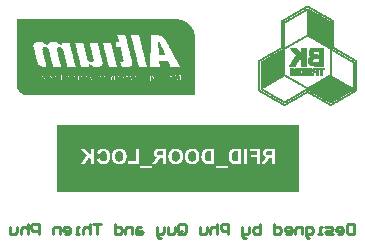
<source format=gbo>
G04*
G04 #@! TF.GenerationSoftware,Altium Limited,Altium Designer,24.1.2 (44)*
G04*
G04 Layer_Color=32896*
%FSLAX43Y43*%
%MOMM*%
G71*
G04*
G04 #@! TF.SameCoordinates,54BEDA40-E342-42F5-ADC8-61CD6FAB378A*
G04*
G04*
G04 #@! TF.FilePolarity,Positive*
G04*
G01*
G75*
%ADD14C,0.250*%
%ADD90C,0.025*%
G36*
X35500Y76541D02*
X15024D01*
Y82200D01*
X35500D01*
Y76541D01*
D02*
G37*
%LPC*%
G36*
X18181Y80176D02*
X17922D01*
Y79606D01*
X17396Y80176D01*
X17048D01*
X17533Y79676D01*
X17024Y78895D01*
X17359D01*
X17713Y79496D01*
X17922Y79282D01*
Y78895D01*
X18181D01*
Y80176D01*
D02*
G37*
G36*
X18922Y80200D02*
X18900D01*
X18883Y80198D01*
X18863Y80196D01*
X18840Y80193D01*
X18814Y80189D01*
X18787Y80183D01*
X18757Y80176D01*
X18726Y80167D01*
X18694Y80156D01*
X18661Y80141D01*
X18629Y80126D01*
X18600Y80107D01*
X18568Y80085D01*
X18540Y80061D01*
X18539D01*
X18537Y80057D01*
X18531Y80052D01*
X18526Y80046D01*
X18518Y80037D01*
X18511Y80026D01*
X18490Y80000D01*
X18470Y79967D01*
X18448Y79926D01*
X18427Y79880D01*
X18409Y79826D01*
X18664Y79765D01*
Y79767D01*
X18666Y79769D01*
Y79774D01*
X18670Y79782D01*
X18676Y79798D01*
X18685Y79820D01*
X18698Y79846D01*
X18714Y79872D01*
X18737Y79898D01*
X18761Y79920D01*
X18764Y79922D01*
X18774Y79930D01*
X18789Y79939D01*
X18809Y79950D01*
X18835Y79961D01*
X18864Y79970D01*
X18898Y79978D01*
X18935Y79980D01*
X18948D01*
X18959Y79978D01*
X18970Y79976D01*
X18985Y79974D01*
X19016Y79967D01*
X19053Y79954D01*
X19092Y79935D01*
X19113Y79924D01*
X19131Y79911D01*
X19150Y79894D01*
X19166Y79876D01*
Y79874D01*
X19170Y79870D01*
X19174Y79865D01*
X19179Y79856D01*
X19187Y79844D01*
X19194Y79832D01*
X19201Y79815D01*
X19209Y79796D01*
X19218Y79774D01*
X19226Y79750D01*
X19233Y79722D01*
X19240Y79693D01*
X19246Y79659D01*
X19250Y79624D01*
X19251Y79585D01*
X19253Y79543D01*
Y79541D01*
Y79532D01*
Y79519D01*
X19251Y79504D01*
Y79483D01*
X19248Y79459D01*
X19246Y79435D01*
X19242Y79407D01*
X19231Y79350D01*
X19216Y79293D01*
X19207Y79265D01*
X19194Y79239D01*
X19181Y79215D01*
X19166Y79195D01*
X19164Y79193D01*
X19163Y79191D01*
X19157Y79185D01*
X19150Y79178D01*
X19131Y79163D01*
X19105Y79145D01*
X19074Y79124D01*
X19035Y79109D01*
X18990Y79096D01*
X18966Y79095D01*
X18940Y79093D01*
X18931D01*
X18924Y79095D01*
X18903Y79096D01*
X18879Y79100D01*
X18853Y79109D01*
X18824Y79120D01*
X18794Y79135D01*
X18764Y79158D01*
X18761Y79161D01*
X18752Y79170D01*
X18739Y79185D01*
X18724Y79208D01*
X18705Y79237D01*
X18689Y79272D01*
X18672Y79315D01*
X18657Y79365D01*
X18405Y79287D01*
Y79285D01*
X18407Y79278D01*
X18411Y79267D01*
X18416Y79252D01*
X18424Y79235D01*
X18431Y79215D01*
X18440Y79193D01*
X18452Y79169D01*
X18477Y79119D01*
X18511Y79067D01*
X18552Y79017D01*
X18574Y78995D01*
X18598Y78974D01*
X18600Y78972D01*
X18603Y78970D01*
X18611Y78965D01*
X18622Y78958D01*
X18635Y78950D01*
X18652Y78943D01*
X18670Y78933D01*
X18690Y78924D01*
X18714Y78913D01*
X18740Y78904D01*
X18768Y78896D01*
X18798Y78889D01*
X18829Y78882D01*
X18864Y78876D01*
X18900Y78874D01*
X18939Y78872D01*
X18950D01*
X18963Y78874D01*
X18981Y78876D01*
X19001Y78878D01*
X19027Y78882D01*
X19055Y78887D01*
X19087Y78895D01*
X19118Y78904D01*
X19151Y78915D01*
X19187Y78930D01*
X19222Y78946D01*
X19257Y78965D01*
X19292Y78989D01*
X19326Y79015D01*
X19357Y79046D01*
X19359Y79048D01*
X19364Y79054D01*
X19372Y79065D01*
X19383Y79078D01*
X19394Y79096D01*
X19409Y79117D01*
X19424Y79143D01*
X19438Y79172D01*
X19453Y79204D01*
X19468Y79239D01*
X19483Y79280D01*
X19494Y79322D01*
X19505Y79367D01*
X19513Y79417D01*
X19518Y79469D01*
X19520Y79524D01*
Y79539D01*
X19518Y79556D01*
Y79578D01*
X19514Y79604D01*
X19511Y79635D01*
X19507Y79669D01*
X19500Y79707D01*
X19490Y79746D01*
X19479Y79787D01*
X19466Y79828D01*
X19450Y79870D01*
X19431Y79911D01*
X19409Y79950D01*
X19385Y79987D01*
X19355Y80022D01*
X19353Y80024D01*
X19348Y80030D01*
X19338Y80039D01*
X19326Y80050D01*
X19309Y80063D01*
X19289Y80078D01*
X19266Y80094D01*
X19239Y80111D01*
X19209Y80128D01*
X19177Y80144D01*
X19140Y80159D01*
X19103Y80172D01*
X19061Y80183D01*
X19018Y80193D01*
X18970Y80198D01*
X18922Y80200D01*
D02*
G37*
G36*
X33500Y80176D02*
X32922D01*
X32906Y80174D01*
X32885D01*
X32865Y80172D01*
X32841D01*
X32793Y80167D01*
X32743Y80161D01*
X32696Y80152D01*
X32676Y80146D01*
X32657Y80141D01*
X32656D01*
X32654Y80139D01*
X32643Y80133D01*
X32626Y80124D01*
X32604Y80113D01*
X32580Y80094D01*
X32556Y80074D01*
X32532Y80048D01*
X32509Y80017D01*
Y80015D01*
X32508Y80013D01*
X32504Y80007D01*
X32500Y80002D01*
X32491Y79983D01*
X32480Y79959D01*
X32470Y79930D01*
X32461Y79896D01*
X32454Y79857D01*
X32452Y79817D01*
Y79815D01*
Y79811D01*
Y79802D01*
X32454Y79793D01*
Y79780D01*
X32456Y79767D01*
X32463Y79733D01*
X32472Y79695D01*
X32487Y79656D01*
X32509Y79615D01*
X32522Y79596D01*
X32537Y79578D01*
X32539Y79576D01*
X32541Y79574D01*
X32546Y79569D01*
X32554Y79563D01*
X32561Y79556D01*
X32572Y79546D01*
X32585Y79537D01*
X32600Y79528D01*
X32617Y79517D01*
X32637Y79507D01*
X32657Y79498D01*
X32680Y79489D01*
X32706Y79480D01*
X32732Y79472D01*
X32759Y79465D01*
X32791Y79459D01*
X32789D01*
X32787Y79457D01*
X32776Y79450D01*
X32761Y79441D01*
X32743Y79428D01*
X32720Y79411D01*
X32698Y79395D01*
X32674Y79374D01*
X32654Y79352D01*
X32652Y79350D01*
X32643Y79341D01*
X32632Y79326D01*
X32615Y79304D01*
X32593Y79276D01*
X32582Y79257D01*
X32569Y79239D01*
X32554Y79219D01*
X32539Y79196D01*
X32522Y79170D01*
X32506Y79145D01*
X32348Y78895D01*
X32659D01*
X32845Y79172D01*
X32846Y79174D01*
X32848Y79180D01*
X32854Y79187D01*
X32861Y79196D01*
X32869Y79208D01*
X32878Y79222D01*
X32898Y79252D01*
X32922Y79285D01*
X32944Y79315D01*
X32965Y79343D01*
X32974Y79352D01*
X32982Y79361D01*
X32983Y79363D01*
X32987Y79367D01*
X32994Y79374D01*
X33004Y79383D01*
X33017Y79391D01*
X33030Y79400D01*
X33044Y79407D01*
X33059Y79415D01*
X33061D01*
X33067Y79417D01*
X33076Y79420D01*
X33091Y79422D01*
X33109Y79426D01*
X33132Y79428D01*
X33157Y79430D01*
X33241D01*
Y78895D01*
X33500D01*
Y80176D01*
D02*
G37*
G36*
X32208D02*
X31328D01*
Y79959D01*
X31948D01*
Y79656D01*
X31413D01*
Y79439D01*
X31948D01*
Y78895D01*
X32208D01*
Y80176D01*
D02*
G37*
G36*
X31122D02*
X30863D01*
Y78895D01*
X31122D01*
Y80176D01*
D02*
G37*
G36*
X30615D02*
X30104D01*
X30089Y80174D01*
X30054Y80172D01*
X30015Y80170D01*
X29974Y80165D01*
X29936Y80159D01*
X29900Y80150D01*
X29899D01*
X29895Y80148D01*
X29889Y80146D01*
X29882Y80144D01*
X29860Y80135D01*
X29834Y80122D01*
X29804Y80106D01*
X29771Y80085D01*
X29739Y80061D01*
X29708Y80032D01*
X29706D01*
X29704Y80028D01*
X29695Y80017D01*
X29680Y79998D01*
X29663Y79974D01*
X29643Y79944D01*
X29623Y79909D01*
X29602Y79869D01*
X29586Y79824D01*
Y79822D01*
X29584Y79819D01*
X29582Y79811D01*
X29578Y79802D01*
X29576Y79791D01*
X29573Y79776D01*
X29569Y79759D01*
X29563Y79741D01*
X29560Y79720D01*
X29556Y79696D01*
X29552Y79672D01*
X29550Y79645D01*
X29545Y79587D01*
X29543Y79522D01*
Y79496D01*
X29545Y79482D01*
Y79467D01*
X29547Y79448D01*
X29549Y79428D01*
X29552Y79385D01*
X29560Y79341D01*
X29571Y79295D01*
X29584Y79250D01*
Y79248D01*
X29586Y79245D01*
X29589Y79237D01*
X29593Y79226D01*
X29597Y79215D01*
X29604Y79202D01*
X29619Y79169D01*
X29637Y79133D01*
X29662Y79095D01*
X29689Y79058D01*
X29721Y79022D01*
X29724Y79019D01*
X29734Y79011D01*
X29749Y79000D01*
X29769Y78985D01*
X29795Y78969D01*
X29824Y78952D01*
X29861Y78935D01*
X29902Y78921D01*
X29904D01*
X29906Y78919D01*
X29911D01*
X29917Y78917D01*
X29937Y78913D01*
X29963Y78908D01*
X29995Y78902D01*
X30034Y78898D01*
X30080Y78896D01*
X30130Y78895D01*
X30615D01*
Y80176D01*
D02*
G37*
G36*
X28326D02*
X27815D01*
X27801Y80174D01*
X27765Y80172D01*
X27727Y80170D01*
X27686Y80165D01*
X27647Y80159D01*
X27612Y80150D01*
X27610D01*
X27606Y80148D01*
X27601Y80146D01*
X27593Y80144D01*
X27571Y80135D01*
X27545Y80122D01*
X27515Y80106D01*
X27482Y80085D01*
X27451Y80061D01*
X27419Y80032D01*
X27417D01*
X27415Y80028D01*
X27406Y80017D01*
X27391Y79998D01*
X27375Y79974D01*
X27354Y79944D01*
X27334Y79909D01*
X27314Y79869D01*
X27297Y79824D01*
Y79822D01*
X27295Y79819D01*
X27293Y79811D01*
X27290Y79802D01*
X27288Y79791D01*
X27284Y79776D01*
X27280Y79759D01*
X27275Y79741D01*
X27271Y79720D01*
X27267Y79696D01*
X27264Y79672D01*
X27262Y79645D01*
X27256Y79587D01*
X27254Y79522D01*
Y79496D01*
X27256Y79482D01*
Y79467D01*
X27258Y79448D01*
X27260Y79428D01*
X27264Y79385D01*
X27271Y79341D01*
X27282Y79295D01*
X27295Y79250D01*
Y79248D01*
X27297Y79245D01*
X27301Y79237D01*
X27304Y79226D01*
X27308Y79215D01*
X27315Y79202D01*
X27330Y79169D01*
X27349Y79133D01*
X27373Y79095D01*
X27401Y79058D01*
X27432Y79022D01*
X27436Y79019D01*
X27445Y79011D01*
X27460Y79000D01*
X27480Y78985D01*
X27506Y78969D01*
X27536Y78952D01*
X27573Y78935D01*
X27614Y78921D01*
X27615D01*
X27617Y78919D01*
X27623D01*
X27628Y78917D01*
X27649Y78913D01*
X27675Y78908D01*
X27706Y78902D01*
X27745Y78898D01*
X27791Y78896D01*
X27841Y78895D01*
X28326D01*
Y80176D01*
D02*
G37*
G36*
X24249D02*
X23671D01*
X23655Y80174D01*
X23634D01*
X23614Y80172D01*
X23590D01*
X23542Y80167D01*
X23492Y80161D01*
X23445Y80152D01*
X23425Y80146D01*
X23407Y80141D01*
X23405D01*
X23403Y80139D01*
X23392Y80133D01*
X23375Y80124D01*
X23353Y80113D01*
X23329Y80094D01*
X23305Y80074D01*
X23281Y80048D01*
X23258Y80017D01*
Y80015D01*
X23257Y80013D01*
X23253Y80007D01*
X23249Y80002D01*
X23240Y79983D01*
X23229Y79959D01*
X23220Y79930D01*
X23210Y79896D01*
X23203Y79857D01*
X23201Y79817D01*
Y79815D01*
Y79811D01*
Y79802D01*
X23203Y79793D01*
Y79780D01*
X23205Y79767D01*
X23212Y79733D01*
X23221Y79695D01*
X23236Y79656D01*
X23258Y79615D01*
X23271Y79596D01*
X23286Y79578D01*
X23288Y79576D01*
X23290Y79574D01*
X23295Y79569D01*
X23303Y79563D01*
X23310Y79556D01*
X23321Y79546D01*
X23334Y79537D01*
X23349Y79528D01*
X23366Y79517D01*
X23386Y79507D01*
X23407Y79498D01*
X23429Y79489D01*
X23455Y79480D01*
X23481Y79472D01*
X23508Y79465D01*
X23540Y79459D01*
X23538D01*
X23536Y79457D01*
X23525Y79450D01*
X23510Y79441D01*
X23492Y79428D01*
X23470Y79411D01*
X23447Y79395D01*
X23423Y79374D01*
X23403Y79352D01*
X23401Y79350D01*
X23392Y79341D01*
X23381Y79326D01*
X23364Y79304D01*
X23342Y79276D01*
X23331Y79257D01*
X23318Y79239D01*
X23303Y79219D01*
X23288Y79196D01*
X23271Y79170D01*
X23255Y79145D01*
X23097Y78895D01*
X23408D01*
X23594Y79172D01*
X23595Y79174D01*
X23597Y79180D01*
X23603Y79187D01*
X23610Y79196D01*
X23618Y79208D01*
X23627Y79222D01*
X23647Y79252D01*
X23671Y79285D01*
X23694Y79315D01*
X23714Y79343D01*
X23723Y79352D01*
X23731Y79361D01*
X23732Y79363D01*
X23736Y79367D01*
X23744Y79374D01*
X23753Y79383D01*
X23766Y79391D01*
X23779Y79400D01*
X23794Y79407D01*
X23808Y79415D01*
X23810D01*
X23816Y79417D01*
X23825Y79420D01*
X23840Y79422D01*
X23858Y79426D01*
X23881Y79428D01*
X23907Y79430D01*
X23990D01*
Y78895D01*
X24249D01*
Y80176D01*
D02*
G37*
G36*
X21955Y80167D02*
X21696D01*
Y79111D01*
X21051D01*
Y78895D01*
X21955D01*
Y80167D01*
D02*
G37*
G36*
X26469Y80200D02*
X26456D01*
X26441Y80198D01*
X26423D01*
X26399Y80194D01*
X26371Y80191D01*
X26340Y80185D01*
X26306Y80178D01*
X26271Y80169D01*
X26234Y80157D01*
X26197Y80143D01*
X26158Y80126D01*
X26121Y80106D01*
X26084Y80081D01*
X26049Y80054D01*
X26016Y80022D01*
X26014Y80020D01*
X26008Y80015D01*
X25999Y80004D01*
X25990Y79991D01*
X25977Y79972D01*
X25962Y79950D01*
X25947Y79924D01*
X25930Y79894D01*
X25914Y79863D01*
X25899Y79826D01*
X25884Y79785D01*
X25871Y79743D01*
X25860Y79695D01*
X25853Y79645D01*
X25847Y79591D01*
X25845Y79533D01*
Y79520D01*
X25847Y79504D01*
Y79482D01*
X25851Y79456D01*
X25854Y79426D01*
X25860Y79391D01*
X25866Y79356D01*
X25875Y79317D01*
X25886Y79276D01*
X25901Y79235D01*
X25917Y79195D01*
X25936Y79156D01*
X25960Y79117D01*
X25986Y79080D01*
X26016Y79045D01*
X26017Y79043D01*
X26023Y79037D01*
X26032Y79028D01*
X26047Y79017D01*
X26064Y79004D01*
X26084Y78989D01*
X26108Y78974D01*
X26134Y78958D01*
X26166Y78941D01*
X26199Y78926D01*
X26236Y78911D01*
X26277Y78898D01*
X26319Y78887D01*
X26366Y78878D01*
X26414Y78872D01*
X26466Y78871D01*
X26479D01*
X26493Y78872D01*
X26512Y78874D01*
X26536Y78876D01*
X26564Y78880D01*
X26595Y78885D01*
X26628Y78893D01*
X26666Y78902D01*
X26701Y78913D01*
X26740Y78928D01*
X26777Y78945D01*
X26816Y78963D01*
X26851Y78987D01*
X26886Y79013D01*
X26919Y79045D01*
X26921Y79046D01*
X26927Y79052D01*
X26934Y79063D01*
X26945Y79076D01*
X26958Y79095D01*
X26973Y79117D01*
X26988Y79141D01*
X27003Y79170D01*
X27019Y79202D01*
X27034Y79239D01*
X27049Y79278D01*
X27062Y79320D01*
X27073Y79367D01*
X27080Y79417D01*
X27086Y79470D01*
X27088Y79526D01*
Y79545D01*
X27086Y79559D01*
Y79576D01*
X27084Y79595D01*
X27082Y79617D01*
X27080Y79641D01*
X27073Y79693D01*
X27064Y79748D01*
X27049Y79804D01*
X27030Y79856D01*
Y79857D01*
X27028Y79859D01*
X27025Y79865D01*
X27023Y79872D01*
X27012Y79891D01*
X26999Y79915D01*
X26982Y79943D01*
X26962Y79970D01*
X26938Y80002D01*
X26912Y80032D01*
X26910Y80033D01*
X26908Y80035D01*
X26899Y80044D01*
X26882Y80059D01*
X26862Y80076D01*
X26838Y80094D01*
X26810Y80115D01*
X26778Y80133D01*
X26745Y80148D01*
X26743D01*
X26740Y80150D01*
X26732Y80154D01*
X26723Y80156D01*
X26712Y80161D01*
X26699Y80165D01*
X26682Y80169D01*
X26666Y80174D01*
X26625Y80183D01*
X26578Y80193D01*
X26525Y80198D01*
X26469Y80200D01*
D02*
G37*
G36*
X25077D02*
X25064D01*
X25049Y80198D01*
X25031D01*
X25006Y80194D01*
X24979Y80191D01*
X24947Y80185D01*
X24914Y80178D01*
X24879Y80169D01*
X24842Y80157D01*
X24805Y80143D01*
X24766Y80126D01*
X24729Y80106D01*
X24692Y80081D01*
X24656Y80054D01*
X24623Y80022D01*
X24621Y80020D01*
X24616Y80015D01*
X24606Y80004D01*
X24597Y79991D01*
X24584Y79972D01*
X24569Y79950D01*
X24555Y79924D01*
X24538Y79894D01*
X24521Y79863D01*
X24506Y79826D01*
X24492Y79785D01*
X24479Y79743D01*
X24468Y79695D01*
X24460Y79645D01*
X24455Y79591D01*
X24453Y79533D01*
Y79520D01*
X24455Y79504D01*
Y79482D01*
X24458Y79456D01*
X24462Y79426D01*
X24468Y79391D01*
X24473Y79356D01*
X24482Y79317D01*
X24494Y79276D01*
X24508Y79235D01*
X24525Y79195D01*
X24544Y79156D01*
X24568Y79117D01*
X24594Y79080D01*
X24623Y79045D01*
X24625Y79043D01*
X24631Y79037D01*
X24640Y79028D01*
X24655Y79017D01*
X24671Y79004D01*
X24692Y78989D01*
X24716Y78974D01*
X24742Y78958D01*
X24773Y78941D01*
X24806Y78926D01*
X24843Y78911D01*
X24884Y78898D01*
X24927Y78887D01*
X24973Y78878D01*
X25021Y78872D01*
X25073Y78871D01*
X25086D01*
X25101Y78872D01*
X25119Y78874D01*
X25143Y78876D01*
X25171Y78880D01*
X25203Y78885D01*
X25236Y78893D01*
X25273Y78902D01*
X25308Y78913D01*
X25347Y78928D01*
X25384Y78945D01*
X25423Y78963D01*
X25458Y78987D01*
X25493Y79013D01*
X25527Y79045D01*
X25529Y79046D01*
X25534Y79052D01*
X25542Y79063D01*
X25553Y79076D01*
X25566Y79095D01*
X25580Y79117D01*
X25595Y79141D01*
X25610Y79170D01*
X25627Y79202D01*
X25642Y79239D01*
X25656Y79278D01*
X25669Y79320D01*
X25680Y79367D01*
X25688Y79417D01*
X25693Y79470D01*
X25695Y79526D01*
Y79545D01*
X25693Y79559D01*
Y79576D01*
X25692Y79595D01*
X25690Y79617D01*
X25688Y79641D01*
X25680Y79693D01*
X25671Y79748D01*
X25656Y79804D01*
X25638Y79856D01*
Y79857D01*
X25636Y79859D01*
X25632Y79865D01*
X25630Y79872D01*
X25619Y79891D01*
X25606Y79915D01*
X25590Y79943D01*
X25569Y79970D01*
X25545Y80002D01*
X25519Y80032D01*
X25517Y80033D01*
X25516Y80035D01*
X25506Y80044D01*
X25490Y80059D01*
X25469Y80076D01*
X25445Y80094D01*
X25417Y80115D01*
X25386Y80133D01*
X25353Y80148D01*
X25351D01*
X25347Y80150D01*
X25340Y80154D01*
X25330Y80156D01*
X25319Y80161D01*
X25306Y80165D01*
X25290Y80169D01*
X25273Y80174D01*
X25232Y80183D01*
X25186Y80193D01*
X25132Y80198D01*
X25077Y80200D01*
D02*
G37*
G36*
X20301D02*
X20288D01*
X20274Y80198D01*
X20255D01*
X20231Y80194D01*
X20203Y80191D01*
X20172Y80185D01*
X20138Y80178D01*
X20103Y80169D01*
X20066Y80157D01*
X20029Y80143D01*
X19990Y80126D01*
X19953Y80106D01*
X19916Y80081D01*
X19881Y80054D01*
X19848Y80022D01*
X19846Y80020D01*
X19840Y80015D01*
X19831Y80004D01*
X19822Y79991D01*
X19809Y79972D01*
X19794Y79950D01*
X19779Y79924D01*
X19763Y79894D01*
X19746Y79863D01*
X19731Y79826D01*
X19716Y79785D01*
X19703Y79743D01*
X19692Y79695D01*
X19685Y79645D01*
X19679Y79591D01*
X19677Y79533D01*
Y79520D01*
X19679Y79504D01*
Y79482D01*
X19683Y79456D01*
X19687Y79426D01*
X19692Y79391D01*
X19698Y79356D01*
X19707Y79317D01*
X19718Y79276D01*
X19733Y79235D01*
X19750Y79195D01*
X19768Y79156D01*
X19792Y79117D01*
X19818Y79080D01*
X19848Y79045D01*
X19850Y79043D01*
X19855Y79037D01*
X19864Y79028D01*
X19879Y79017D01*
X19896Y79004D01*
X19916Y78989D01*
X19940Y78974D01*
X19966Y78958D01*
X19998Y78941D01*
X20031Y78926D01*
X20068Y78911D01*
X20109Y78898D01*
X20151Y78887D01*
X20198Y78878D01*
X20246Y78872D01*
X20298Y78871D01*
X20311D01*
X20325Y78872D01*
X20344Y78874D01*
X20368Y78876D01*
X20396Y78880D01*
X20427Y78885D01*
X20461Y78893D01*
X20498Y78902D01*
X20533Y78913D01*
X20572Y78928D01*
X20609Y78945D01*
X20648Y78963D01*
X20683Y78987D01*
X20718Y79013D01*
X20751Y79045D01*
X20753Y79046D01*
X20759Y79052D01*
X20766Y79063D01*
X20777Y79076D01*
X20790Y79095D01*
X20805Y79117D01*
X20820Y79141D01*
X20835Y79170D01*
X20851Y79202D01*
X20866Y79239D01*
X20881Y79278D01*
X20894Y79320D01*
X20905Y79367D01*
X20912Y79417D01*
X20918Y79470D01*
X20920Y79526D01*
Y79545D01*
X20918Y79559D01*
Y79576D01*
X20916Y79595D01*
X20914Y79617D01*
X20912Y79641D01*
X20905Y79693D01*
X20896Y79748D01*
X20881Y79804D01*
X20862Y79856D01*
Y79857D01*
X20861Y79859D01*
X20857Y79865D01*
X20855Y79872D01*
X20844Y79891D01*
X20831Y79915D01*
X20814Y79943D01*
X20794Y79970D01*
X20770Y80002D01*
X20744Y80032D01*
X20742Y80033D01*
X20740Y80035D01*
X20731Y80044D01*
X20714Y80059D01*
X20694Y80076D01*
X20670Y80094D01*
X20642Y80115D01*
X20611Y80133D01*
X20577Y80148D01*
X20575D01*
X20572Y80150D01*
X20564Y80154D01*
X20555Y80156D01*
X20544Y80161D01*
X20531Y80165D01*
X20514Y80169D01*
X20498Y80174D01*
X20457Y80183D01*
X20411Y80193D01*
X20357Y80198D01*
X20301Y80200D01*
D02*
G37*
G36*
X29471Y78700D02*
X28449D01*
Y78541D01*
X29471D01*
Y78700D01*
D02*
G37*
G36*
X23105D02*
X22083D01*
Y78541D01*
X23105D01*
Y78700D01*
D02*
G37*
%LPD*%
G36*
X33241Y79633D02*
X32989D01*
X32952Y79635D01*
X32913Y79637D01*
X32874Y79639D01*
X32857Y79641D01*
X32843Y79643D01*
X32828Y79646D01*
X32819Y79648D01*
X32817D01*
X32811Y79652D01*
X32802Y79656D01*
X32793Y79661D01*
X32769Y79678D01*
X32757Y79689D01*
X32746Y79702D01*
X32745Y79704D01*
X32743Y79709D01*
X32737Y79717D01*
X32732Y79728D01*
X32728Y79743D01*
X32722Y79759D01*
X32720Y79778D01*
X32719Y79798D01*
Y79802D01*
Y79809D01*
X32720Y79820D01*
X32722Y79835D01*
X32728Y79852D01*
X32733Y79869D01*
X32743Y79887D01*
X32754Y79902D01*
X32756Y79904D01*
X32759Y79909D01*
X32769Y79915D01*
X32780Y79924D01*
X32793Y79933D01*
X32809Y79941D01*
X32830Y79948D01*
X32852Y79954D01*
X32854D01*
X32859Y79956D01*
X32870D01*
X32887Y79957D01*
X32928D01*
X32944Y79959D01*
X33241D01*
Y79633D01*
D02*
G37*
G36*
X30356Y79111D02*
X30128D01*
X30104Y79113D01*
X30078D01*
X30052Y79117D01*
X30028Y79119D01*
X30008Y79122D01*
X30004D01*
X29997Y79126D01*
X29986Y79130D01*
X29971Y79135D01*
X29954Y79143D01*
X29937Y79152D01*
X29921Y79163D01*
X29904Y79176D01*
X29902Y79178D01*
X29897Y79183D01*
X29889Y79193D01*
X29880Y79206D01*
X29871Y79222D01*
X29858Y79243D01*
X29849Y79269D01*
X29837Y79298D01*
Y79300D01*
X29836Y79302D01*
Y79308D01*
X29834Y79315D01*
X29830Y79322D01*
X29828Y79333D01*
X29823Y79361D01*
X29819Y79395D01*
X29813Y79433D01*
X29811Y79482D01*
X29810Y79533D01*
Y79535D01*
Y79541D01*
Y79548D01*
Y79557D01*
Y79570D01*
X29811Y79585D01*
X29813Y79617D01*
X29817Y79654D01*
X29821Y79693D01*
X29828Y79728D01*
X29837Y79761D01*
Y79763D01*
X29839Y79765D01*
X29843Y79774D01*
X29849Y79789D01*
X29856Y79807D01*
X29867Y79826D01*
X29880Y79846D01*
X29895Y79867D01*
X29911Y79885D01*
X29913Y79887D01*
X29919Y79893D01*
X29930Y79900D01*
X29943Y79909D01*
X29961Y79920D01*
X29982Y79930D01*
X30004Y79939D01*
X30030Y79946D01*
X30032D01*
X30041Y79948D01*
X30056Y79950D01*
X30076Y79954D01*
X30089D01*
X30106Y79956D01*
X30123D01*
X30141Y79957D01*
X30163D01*
X30187Y79959D01*
X30356D01*
Y79111D01*
D02*
G37*
G36*
X28067D02*
X27839D01*
X27815Y79113D01*
X27789D01*
X27764Y79117D01*
X27739Y79119D01*
X27719Y79122D01*
X27715D01*
X27708Y79126D01*
X27697Y79130D01*
X27682Y79135D01*
X27665Y79143D01*
X27649Y79152D01*
X27632Y79163D01*
X27615Y79176D01*
X27614Y79178D01*
X27608Y79183D01*
X27601Y79193D01*
X27591Y79206D01*
X27582Y79222D01*
X27569Y79243D01*
X27560Y79269D01*
X27549Y79298D01*
Y79300D01*
X27547Y79302D01*
Y79308D01*
X27545Y79315D01*
X27541Y79322D01*
X27540Y79333D01*
X27534Y79361D01*
X27530Y79395D01*
X27525Y79433D01*
X27523Y79482D01*
X27521Y79533D01*
Y79535D01*
Y79541D01*
Y79548D01*
Y79557D01*
Y79570D01*
X27523Y79585D01*
X27525Y79617D01*
X27528Y79654D01*
X27532Y79693D01*
X27540Y79728D01*
X27549Y79761D01*
Y79763D01*
X27551Y79765D01*
X27554Y79774D01*
X27560Y79789D01*
X27567Y79807D01*
X27578Y79826D01*
X27591Y79846D01*
X27606Y79867D01*
X27623Y79885D01*
X27625Y79887D01*
X27630Y79893D01*
X27641Y79900D01*
X27654Y79909D01*
X27673Y79920D01*
X27693Y79930D01*
X27715Y79939D01*
X27741Y79946D01*
X27743D01*
X27752Y79948D01*
X27767Y79950D01*
X27788Y79954D01*
X27801D01*
X27817Y79956D01*
X27834D01*
X27852Y79957D01*
X27875D01*
X27899Y79959D01*
X28067D01*
Y79111D01*
D02*
G37*
G36*
X23990Y79633D02*
X23738D01*
X23701Y79635D01*
X23662Y79637D01*
X23623Y79639D01*
X23607Y79641D01*
X23592Y79643D01*
X23577Y79646D01*
X23568Y79648D01*
X23566D01*
X23560Y79652D01*
X23551Y79656D01*
X23542Y79661D01*
X23518Y79678D01*
X23507Y79689D01*
X23495Y79702D01*
X23494Y79704D01*
X23492Y79709D01*
X23486Y79717D01*
X23481Y79728D01*
X23477Y79743D01*
X23471Y79759D01*
X23470Y79778D01*
X23468Y79798D01*
Y79802D01*
Y79809D01*
X23470Y79820D01*
X23471Y79835D01*
X23477Y79852D01*
X23483Y79869D01*
X23492Y79887D01*
X23503Y79902D01*
X23505Y79904D01*
X23508Y79909D01*
X23518Y79915D01*
X23529Y79924D01*
X23542Y79933D01*
X23558Y79941D01*
X23579Y79948D01*
X23601Y79954D01*
X23603D01*
X23608Y79956D01*
X23620D01*
X23636Y79957D01*
X23677D01*
X23694Y79959D01*
X23990D01*
Y79633D01*
D02*
G37*
G36*
X26491Y79978D02*
X26506Y79976D01*
X26521Y79974D01*
X26558Y79967D01*
X26599Y79952D01*
X26621Y79944D01*
X26643Y79933D01*
X26664Y79920D01*
X26686Y79906D01*
X26706Y79889D01*
X26725Y79869D01*
X26727Y79867D01*
X26728Y79863D01*
X26734Y79857D01*
X26740Y79848D01*
X26747Y79835D01*
X26754Y79822D01*
X26764Y79806D01*
X26773Y79785D01*
X26782Y79763D01*
X26791Y79739D01*
X26799Y79711D01*
X26806Y79682D01*
X26812Y79648D01*
X26817Y79613D01*
X26819Y79576D01*
X26821Y79535D01*
Y79533D01*
Y79526D01*
Y79515D01*
X26819Y79500D01*
X26817Y79482D01*
X26816Y79459D01*
X26812Y79437D01*
X26808Y79411D01*
X26797Y79357D01*
X26778Y79304D01*
X26767Y79276D01*
X26754Y79250D01*
X26738Y79226D01*
X26721Y79204D01*
X26719Y79202D01*
X26716Y79198D01*
X26710Y79193D01*
X26703Y79187D01*
X26693Y79178D01*
X26680Y79169D01*
X26667Y79158D01*
X26651Y79148D01*
X26616Y79126D01*
X26571Y79109D01*
X26547Y79102D01*
X26521Y79096D01*
X26493Y79093D01*
X26466Y79091D01*
X26451D01*
X26440Y79093D01*
X26427Y79095D01*
X26412Y79096D01*
X26377Y79106D01*
X26336Y79119D01*
X26316Y79128D01*
X26293Y79137D01*
X26273Y79150D01*
X26251Y79165D01*
X26230Y79182D01*
X26212Y79202D01*
X26210Y79204D01*
X26208Y79208D01*
X26203Y79213D01*
X26197Y79222D01*
X26188Y79235D01*
X26180Y79250D01*
X26171Y79267D01*
X26162Y79287D01*
X26153Y79309D01*
X26143Y79333D01*
X26134Y79361D01*
X26127Y79393D01*
X26121Y79424D01*
X26116Y79459D01*
X26114Y79498D01*
X26112Y79539D01*
Y79541D01*
Y79548D01*
Y79559D01*
X26114Y79576D01*
X26116Y79595D01*
X26117Y79615D01*
X26119Y79639D01*
X26125Y79663D01*
X26136Y79717D01*
X26153Y79772D01*
X26164Y79800D01*
X26177Y79824D01*
X26193Y79848D01*
X26210Y79870D01*
X26212Y79872D01*
X26214Y79876D01*
X26219Y79880D01*
X26227Y79887D01*
X26238Y79896D01*
X26249Y79906D01*
X26262Y79915D01*
X26279Y79926D01*
X26295Y79935D01*
X26316Y79944D01*
X26358Y79963D01*
X26382Y79970D01*
X26408Y79974D01*
X26436Y79978D01*
X26466Y79980D01*
X26480D01*
X26491Y79978D01*
D02*
G37*
G36*
X25099D02*
X25114Y79976D01*
X25129Y79974D01*
X25166Y79967D01*
X25206Y79952D01*
X25229Y79944D01*
X25251Y79933D01*
X25271Y79920D01*
X25293Y79906D01*
X25314Y79889D01*
X25332Y79869D01*
X25334Y79867D01*
X25336Y79863D01*
X25342Y79857D01*
X25347Y79848D01*
X25355Y79835D01*
X25362Y79822D01*
X25371Y79806D01*
X25380Y79785D01*
X25390Y79763D01*
X25399Y79739D01*
X25406Y79711D01*
X25414Y79682D01*
X25419Y79648D01*
X25425Y79613D01*
X25427Y79576D01*
X25429Y79535D01*
Y79533D01*
Y79526D01*
Y79515D01*
X25427Y79500D01*
X25425Y79482D01*
X25423Y79459D01*
X25419Y79437D01*
X25416Y79411D01*
X25405Y79357D01*
X25386Y79304D01*
X25375Y79276D01*
X25362Y79250D01*
X25345Y79226D01*
X25329Y79204D01*
X25327Y79202D01*
X25323Y79198D01*
X25318Y79193D01*
X25310Y79187D01*
X25301Y79178D01*
X25288Y79169D01*
X25275Y79158D01*
X25258Y79148D01*
X25223Y79126D01*
X25179Y79109D01*
X25155Y79102D01*
X25129Y79096D01*
X25101Y79093D01*
X25073Y79091D01*
X25058D01*
X25047Y79093D01*
X25034Y79095D01*
X25019Y79096D01*
X24984Y79106D01*
X24943Y79119D01*
X24923Y79128D01*
X24901Y79137D01*
X24881Y79150D01*
X24858Y79165D01*
X24838Y79182D01*
X24819Y79202D01*
X24818Y79204D01*
X24816Y79208D01*
X24810Y79213D01*
X24805Y79222D01*
X24795Y79235D01*
X24788Y79250D01*
X24779Y79267D01*
X24769Y79287D01*
X24760Y79309D01*
X24751Y79333D01*
X24742Y79361D01*
X24734Y79393D01*
X24729Y79424D01*
X24723Y79459D01*
X24721Y79498D01*
X24719Y79539D01*
Y79541D01*
Y79548D01*
Y79559D01*
X24721Y79576D01*
X24723Y79595D01*
X24725Y79615D01*
X24727Y79639D01*
X24732Y79663D01*
X24743Y79717D01*
X24760Y79772D01*
X24771Y79800D01*
X24784Y79824D01*
X24801Y79848D01*
X24818Y79870D01*
X24819Y79872D01*
X24821Y79876D01*
X24827Y79880D01*
X24834Y79887D01*
X24845Y79896D01*
X24856Y79906D01*
X24869Y79915D01*
X24886Y79926D01*
X24903Y79935D01*
X24923Y79944D01*
X24966Y79963D01*
X24990Y79970D01*
X25016Y79974D01*
X25043Y79978D01*
X25073Y79980D01*
X25088D01*
X25099Y79978D01*
D02*
G37*
G36*
X20324D02*
X20338Y79976D01*
X20353Y79974D01*
X20390Y79967D01*
X20431Y79952D01*
X20453Y79944D01*
X20475Y79933D01*
X20496Y79920D01*
X20518Y79906D01*
X20538Y79889D01*
X20557Y79869D01*
X20559Y79867D01*
X20561Y79863D01*
X20566Y79857D01*
X20572Y79848D01*
X20579Y79835D01*
X20587Y79822D01*
X20596Y79806D01*
X20605Y79785D01*
X20614Y79763D01*
X20624Y79739D01*
X20631Y79711D01*
X20638Y79682D01*
X20644Y79648D01*
X20649Y79613D01*
X20651Y79576D01*
X20653Y79535D01*
Y79533D01*
Y79526D01*
Y79515D01*
X20651Y79500D01*
X20649Y79482D01*
X20648Y79459D01*
X20644Y79437D01*
X20640Y79411D01*
X20629Y79357D01*
X20611Y79304D01*
X20599Y79276D01*
X20587Y79250D01*
X20570Y79226D01*
X20553Y79204D01*
X20551Y79202D01*
X20548Y79198D01*
X20542Y79193D01*
X20535Y79187D01*
X20525Y79178D01*
X20512Y79169D01*
X20499Y79158D01*
X20483Y79148D01*
X20448Y79126D01*
X20403Y79109D01*
X20379Y79102D01*
X20353Y79096D01*
X20325Y79093D01*
X20298Y79091D01*
X20283D01*
X20272Y79093D01*
X20259Y79095D01*
X20244Y79096D01*
X20209Y79106D01*
X20168Y79119D01*
X20148Y79128D01*
X20125Y79137D01*
X20105Y79150D01*
X20083Y79165D01*
X20062Y79182D01*
X20044Y79202D01*
X20042Y79204D01*
X20040Y79208D01*
X20035Y79213D01*
X20029Y79222D01*
X20020Y79235D01*
X20013Y79250D01*
X20003Y79267D01*
X19994Y79287D01*
X19985Y79309D01*
X19975Y79333D01*
X19966Y79361D01*
X19959Y79393D01*
X19953Y79424D01*
X19948Y79459D01*
X19946Y79498D01*
X19944Y79539D01*
Y79541D01*
Y79548D01*
Y79559D01*
X19946Y79576D01*
X19948Y79595D01*
X19950Y79615D01*
X19951Y79639D01*
X19957Y79663D01*
X19968Y79717D01*
X19985Y79772D01*
X19996Y79800D01*
X20009Y79824D01*
X20025Y79848D01*
X20042Y79870D01*
X20044Y79872D01*
X20046Y79876D01*
X20051Y79880D01*
X20059Y79887D01*
X20070Y79896D01*
X20081Y79906D01*
X20094Y79915D01*
X20111Y79926D01*
X20127Y79935D01*
X20148Y79944D01*
X20190Y79963D01*
X20214Y79970D01*
X20240Y79974D01*
X20268Y79978D01*
X20298Y79980D01*
X20312D01*
X20324Y79978D01*
D02*
G37*
D14*
X40150Y73850D02*
Y72950D01*
X39700D01*
X39550Y73100D01*
Y73700D01*
X39700Y73850D01*
X40150D01*
X38800Y72950D02*
X39100D01*
X39250Y73100D01*
Y73400D01*
X39100Y73550D01*
X38800D01*
X38650Y73400D01*
Y73250D01*
X39250D01*
X38351Y72950D02*
X37901D01*
X37751Y73100D01*
X37901Y73250D01*
X38201D01*
X38351Y73400D01*
X38201Y73550D01*
X37751D01*
X37451Y72950D02*
X37151D01*
X37301D01*
Y73550D01*
X37451D01*
X36401Y72650D02*
X36251D01*
X36101Y72800D01*
Y73550D01*
X36551D01*
X36701Y73400D01*
Y73100D01*
X36551Y72950D01*
X36101D01*
X35801D02*
Y73550D01*
X35352D01*
X35202Y73400D01*
Y72950D01*
X34452D02*
X34752D01*
X34902Y73100D01*
Y73400D01*
X34752Y73550D01*
X34452D01*
X34302Y73400D01*
Y73250D01*
X34902D01*
X33402Y73850D02*
Y72950D01*
X33852D01*
X34002Y73100D01*
Y73400D01*
X33852Y73550D01*
X33402D01*
X32203Y73850D02*
Y72950D01*
X31753D01*
X31603Y73100D01*
Y73250D01*
Y73400D01*
X31753Y73550D01*
X32203D01*
X31303D02*
Y73100D01*
X31153Y72950D01*
X30703D01*
Y72800D01*
X30853Y72650D01*
X31003D01*
X30703Y72950D02*
Y73550D01*
X29503Y72950D02*
Y73850D01*
X29054D01*
X28904Y73700D01*
Y73400D01*
X29054Y73250D01*
X29503D01*
X28604Y73850D02*
Y72950D01*
Y73400D01*
X28454Y73550D01*
X28154D01*
X28004Y73400D01*
Y72950D01*
X27704Y73550D02*
Y73100D01*
X27554Y72950D01*
X27104D01*
Y73550D01*
X25305Y73100D02*
Y73700D01*
X25455Y73850D01*
X25755D01*
X25905Y73700D01*
Y73100D01*
X25755Y72950D01*
X25455D01*
X25605Y73250D02*
X25305Y72950D01*
X25455D02*
X25305Y73100D01*
X25005Y73550D02*
Y73100D01*
X24855Y72950D01*
X24405D01*
Y73550D01*
X24105D02*
Y73100D01*
X23955Y72950D01*
X23505D01*
Y72800D01*
X23655Y72650D01*
X23805D01*
X23505Y72950D02*
Y73550D01*
X22156D02*
X21856D01*
X21706Y73400D01*
Y72950D01*
X22156D01*
X22306Y73100D01*
X22156Y73250D01*
X21706D01*
X21406Y72950D02*
Y73550D01*
X20956D01*
X20806Y73400D01*
Y72950D01*
X19907Y73850D02*
Y72950D01*
X20356D01*
X20506Y73100D01*
Y73400D01*
X20356Y73550D01*
X19907D01*
X18707Y73850D02*
X18107D01*
X18407D01*
Y72950D01*
X17807Y73850D02*
Y72950D01*
Y73400D01*
X17657Y73550D01*
X17357D01*
X17207Y73400D01*
Y72950D01*
X16908D02*
X16608D01*
X16758D01*
Y73550D01*
X16908D01*
X15708Y72950D02*
X16008D01*
X16158Y73100D01*
Y73400D01*
X16008Y73550D01*
X15708D01*
X15558Y73400D01*
Y73250D01*
X16158D01*
X15258Y72950D02*
Y73550D01*
X14808D01*
X14658Y73400D01*
Y72950D01*
X13459D02*
Y73850D01*
X13009D01*
X12859Y73700D01*
Y73400D01*
X13009Y73250D01*
X13459D01*
X12559Y73850D02*
Y72950D01*
Y73400D01*
X12409Y73550D01*
X12109D01*
X11959Y73400D01*
Y72950D01*
X11659Y73550D02*
Y73100D01*
X11509Y72950D01*
X11059D01*
Y73550D01*
D90*
X11613Y91145D02*
X25252D01*
X11613Y91119D02*
X25405D01*
X11613Y91094D02*
X25481D01*
X11613Y91069D02*
X25557D01*
X11613Y91043D02*
X25633D01*
X11613Y91018D02*
X25684D01*
X11613Y90992D02*
X25735D01*
X11613Y90967D02*
X25786D01*
X11613Y90942D02*
X25837D01*
X11613Y90916D02*
X25887D01*
X11613Y90891D02*
X25913D01*
X11613Y90865D02*
X25964D01*
X11613Y90840D02*
X25989D01*
X11613Y90815D02*
X26014D01*
X11613Y90789D02*
X26040D01*
X11613Y90764D02*
X26091D01*
X11613Y90738D02*
X26116D01*
X11613Y90713D02*
X26141D01*
X11613Y90688D02*
X26167D01*
X11613Y90662D02*
X26192D01*
X11613Y90637D02*
X26218D01*
X11613Y90611D02*
X26218D01*
X11613Y90586D02*
X26243D01*
X11613Y90561D02*
X26268D01*
X11613Y90535D02*
X26294D01*
X11613Y90510D02*
X26319D01*
X11613Y90484D02*
X26319D01*
X11613Y90459D02*
X26345D01*
X11613Y90434D02*
X26370D01*
X11613Y90408D02*
X26395D01*
X11613Y90383D02*
X26395D01*
X11613Y90357D02*
X26421D01*
X11613Y90332D02*
X26421D01*
X11613Y90307D02*
X26446D01*
X11613Y90281D02*
X26472D01*
X11613Y90256D02*
X26472D01*
X11613Y90230D02*
X26472D01*
X11613Y90205D02*
X26497D01*
X11613Y90180D02*
X26497D01*
X11613Y90154D02*
X26522D01*
X11613Y90129D02*
X26522D01*
X11613Y90103D02*
X26548D01*
X11613Y90078D02*
X26548D01*
X11613Y90053D02*
X26548D01*
X11613Y90027D02*
X26573D01*
X11613Y90002D02*
X26573D01*
X11613Y89976D02*
X26573D01*
X11613Y89951D02*
X26573D01*
X11613Y89926D02*
X26599D01*
X23449Y89900D02*
X26599D01*
X21950D02*
X22916D01*
X11613D02*
X21163D01*
X23601Y89875D02*
X26599D01*
X21976D02*
X22916D01*
X20807D02*
X21188D01*
X11613D02*
X20020D01*
X23678Y89849D02*
X26599D01*
X21976D02*
X22916D01*
X20807D02*
X21188D01*
X11613D02*
X20045D01*
X23754Y89824D02*
X26599D01*
X21976D02*
X22916D01*
X20833D02*
X21188D01*
X11613D02*
X20045D01*
X23805Y89799D02*
X26599D01*
X21976D02*
X22916D01*
X20833D02*
X21188D01*
X11613D02*
X20045D01*
X23855Y89773D02*
X26599D01*
X22001D02*
X22916D01*
X20833D02*
X21214D01*
X11613D02*
X20045D01*
X23906Y89748D02*
X26599D01*
X22001D02*
X22916D01*
X20833D02*
X21214D01*
X11613D02*
X20071D01*
X23932Y89722D02*
X26599D01*
X22001D02*
X22890D01*
X20858D02*
X21214D01*
X11613D02*
X20071D01*
X23982Y89697D02*
X26599D01*
X22001D02*
X22890D01*
X20858D02*
X21214D01*
X11613D02*
X20071D01*
X24008Y89672D02*
X26599D01*
X22027D02*
X22890D01*
X20858D02*
X21239D01*
X11613D02*
X20071D01*
X24033Y89646D02*
X26599D01*
X22027D02*
X22890D01*
X20858D02*
X21239D01*
X11613D02*
X20096D01*
X24059Y89621D02*
X26599D01*
X22027D02*
X22890D01*
X20884D02*
X21239D01*
X11613D02*
X20096D01*
X24084Y89595D02*
X26599D01*
X22027D02*
X22890D01*
X20884D02*
X21239D01*
X11613D02*
X20096D01*
X24109Y89570D02*
X26599D01*
X22052D02*
X22890D01*
X20884D02*
X21265D01*
X11613D02*
X20096D01*
X24135Y89545D02*
X26599D01*
X22052D02*
X22890D01*
X20884D02*
X21265D01*
X11613D02*
X20122D01*
X24160Y89519D02*
X26599D01*
X22052D02*
X22890D01*
X20909D02*
X21265D01*
X11613D02*
X20122D01*
X24186Y89494D02*
X26599D01*
X22052D02*
X22890D01*
X20909D02*
X21265D01*
X11613D02*
X20122D01*
X24211Y89468D02*
X26599D01*
X22077D02*
X22890D01*
X20909D02*
X21290D01*
X11613D02*
X20147D01*
X24211Y89443D02*
X26599D01*
X22077D02*
X22890D01*
X20909D02*
X21290D01*
X11613D02*
X20147D01*
X24236Y89418D02*
X26599D01*
X22077D02*
X22890D01*
X20934D02*
X21290D01*
X11613D02*
X20147D01*
X24262Y89392D02*
X26599D01*
X22077D02*
X22890D01*
X20934D02*
X21290D01*
X11613D02*
X20147D01*
X24262Y89367D02*
X26599D01*
X22077D02*
X22890D01*
X20934D02*
X21315D01*
X11613D02*
X20172D01*
X24287Y89341D02*
X26599D01*
X22103D02*
X22890D01*
X20934D02*
X21315D01*
X11613D02*
X20172D01*
X24287Y89316D02*
X26599D01*
X22103D02*
X22890D01*
X20960D02*
X21315D01*
X11613D02*
X20172D01*
X24313Y89291D02*
X26599D01*
X22103D02*
X22890D01*
X20960D02*
X21315D01*
X14788D02*
X20172D01*
X13568D02*
X14508D01*
X11613D02*
X13314D01*
X24313Y89265D02*
X26599D01*
X22103D02*
X22890D01*
X20960D02*
X21341D01*
X14940D02*
X20198D01*
X13721D02*
X14407D01*
X11613D02*
X13187D01*
X24338Y89240D02*
X26599D01*
X22128D02*
X22890D01*
X20960D02*
X21341D01*
X15016D02*
X19868D01*
X13797D02*
X14330D01*
X11613D02*
X13137D01*
X24338Y89214D02*
X26599D01*
X23601D02*
X23627D01*
X22128D02*
X22890D01*
X20985D02*
X21341D01*
X19588D02*
X19868D01*
X18471D02*
X18801D01*
X17251D02*
X17683D01*
X16083D02*
X16464D01*
X15067D02*
X15296D01*
X13848D02*
X14305D01*
X11613D02*
X13086D01*
X24363Y89189D02*
X26599D01*
X23601D02*
X23627D01*
X22128D02*
X22890D01*
X20985D02*
X21341D01*
X19588D02*
X19893D01*
X18471D02*
X18826D01*
X17251D02*
X17683D01*
X16083D02*
X16464D01*
X15118D02*
X15296D01*
X13899D02*
X14254D01*
X11613D02*
X13035D01*
X24363Y89164D02*
X26599D01*
X23601D02*
X23652D01*
X22128D02*
X22890D01*
X20985D02*
X21366D01*
X19614D02*
X19893D01*
X18471D02*
X18826D01*
X17251D02*
X17683D01*
X16083D02*
X16464D01*
X15143D02*
X15296D01*
X13949D02*
X14229D01*
X11613D02*
X13010D01*
X24389Y89138D02*
X26599D01*
X23601D02*
X23652D01*
X22154D02*
X22890D01*
X20985D02*
X21366D01*
X19614D02*
X19893D01*
X18471D02*
X18826D01*
X17251D02*
X17709D01*
X16108D02*
X16489D01*
X15194D02*
X15321D01*
X14000D02*
X14229D01*
X11613D02*
X12984D01*
X24389Y89113D02*
X26599D01*
X23601D02*
X23678D01*
X22154D02*
X22890D01*
X21011D02*
X21366D01*
X19614D02*
X19893D01*
X18496D02*
X18826D01*
X17277D02*
X17709D01*
X16108D02*
X16489D01*
X15219D02*
X15321D01*
X14026D02*
X14203D01*
X11613D02*
X12984D01*
X24414Y89087D02*
X26599D01*
X23601D02*
X23678D01*
X22154D02*
X22890D01*
X21011D02*
X21392D01*
X19614D02*
X19918D01*
X18496D02*
X18852D01*
X17277D02*
X17709D01*
X16108D02*
X16489D01*
X15245D02*
X15321D01*
X14051D02*
X14178D01*
X11613D02*
X12959D01*
X24440Y89062D02*
X26599D01*
X23601D02*
X23703D01*
X22154D02*
X22865D01*
X21011D02*
X21392D01*
X19639D02*
X19918D01*
X18496D02*
X18852D01*
X17277D02*
X17709D01*
X16108D02*
X16489D01*
X15270D02*
X15321D01*
X14076D02*
X14178D01*
X11613D02*
X12959D01*
X24440Y89037D02*
X26599D01*
X23601D02*
X23703D01*
X22179D02*
X22865D01*
X21011D02*
X21392D01*
X19639D02*
X19918D01*
X18496D02*
X18852D01*
X17277D02*
X17734D01*
X16134D02*
X16515D01*
X15296D02*
X15346D01*
X14102D02*
X14178D01*
X11613D02*
X12959D01*
X24465Y89011D02*
X26599D01*
X23601D02*
X23728D01*
X22179D02*
X22865D01*
X21036D02*
X21392D01*
X19639D02*
X19918D01*
X18521D02*
X18852D01*
X17302D02*
X17734D01*
X16134D02*
X16515D01*
X15321D02*
X15346D01*
X14127D02*
X14153D01*
X11613D02*
X12959D01*
X24465Y88986D02*
X26599D01*
X23601D02*
X23728D01*
X22179D02*
X22865D01*
X21036D02*
X21417D01*
X19639D02*
X19944D01*
X18521D02*
X18877D01*
X17302D02*
X17734D01*
X16134D02*
X16515D01*
X11613D02*
X12933D01*
X24490Y88960D02*
X26599D01*
X23601D02*
X23754D01*
X22179D02*
X22865D01*
X21036D02*
X21417D01*
X19664D02*
X19944D01*
X18521D02*
X18877D01*
X17302D02*
X17734D01*
X16134D02*
X16515D01*
X11613D02*
X12933D01*
X24490Y88935D02*
X26599D01*
X23601D02*
X23754D01*
X22204D02*
X22865D01*
X21036D02*
X21417D01*
X19664D02*
X19944D01*
X18521D02*
X18877D01*
X17302D02*
X17759D01*
X16159D02*
X16540D01*
X11613D02*
X12933D01*
X24516Y88910D02*
X26599D01*
X23601D02*
X23754D01*
X22204D02*
X22865D01*
X21061D02*
X21417D01*
X19664D02*
X19944D01*
X18547D02*
X18877D01*
X17328D02*
X17759D01*
X16159D02*
X16540D01*
X11613D02*
X12933D01*
X24516Y88884D02*
X26599D01*
X23601D02*
X23779D01*
X22204D02*
X22865D01*
X21061D02*
X21442D01*
X19664D02*
X19969D01*
X18547D02*
X18902D01*
X17328D02*
X17759D01*
X16159D02*
X16540D01*
X11613D02*
X12933D01*
X24541Y88859D02*
X26599D01*
X23601D02*
X23779D01*
X22204D02*
X22865D01*
X21061D02*
X21442D01*
X19690D02*
X19969D01*
X18547D02*
X18902D01*
X17328D02*
X17759D01*
X16159D02*
X16540D01*
X11613D02*
X12933D01*
X24541Y88833D02*
X26599D01*
X23601D02*
X23805D01*
X22230D02*
X22865D01*
X21061D02*
X21442D01*
X19690D02*
X19969D01*
X18547D02*
X18902D01*
X17328D02*
X17785D01*
X16185D02*
X16566D01*
X11613D02*
X12959D01*
X24567Y88808D02*
X26599D01*
X23601D02*
X23805D01*
X22230D02*
X22865D01*
X21087D02*
X21442D01*
X19690D02*
X19969D01*
X18572D02*
X18902D01*
X17353D02*
X17785D01*
X16185D02*
X16566D01*
X11613D02*
X12959D01*
X24567Y88783D02*
X26599D01*
X23627D02*
X23830D01*
X22230D02*
X22865D01*
X21087D02*
X21468D01*
X19690D02*
X19995D01*
X18572D02*
X18928D01*
X17353D02*
X17785D01*
X16185D02*
X16566D01*
X11613D02*
X12959D01*
X24592Y88757D02*
X26599D01*
X23627D02*
X23830D01*
X22230D02*
X22865D01*
X21087D02*
X21468D01*
X19715D02*
X20325D01*
X18572D02*
X18928D01*
X17353D02*
X17785D01*
X16185D02*
X16566D01*
X15067D02*
X15296D01*
X13848D02*
X14076D01*
X11613D02*
X12959D01*
X24617Y88732D02*
X26599D01*
X23627D02*
X23855D01*
X22255D02*
X22865D01*
X21087D02*
X21468D01*
X19715D02*
X20325D01*
X18572D02*
X18928D01*
X17353D02*
X17810D01*
X16210D02*
X16591D01*
X15042D02*
X15346D01*
X13822D02*
X14127D01*
X11613D02*
X12959D01*
X24617Y88706D02*
X26599D01*
X23627D02*
X23855D01*
X22255D02*
X22865D01*
X21112D02*
X21468D01*
X19715D02*
X20325D01*
X18598D02*
X18928D01*
X17378D02*
X17810D01*
X16210D02*
X16591D01*
X15016D02*
X15372D01*
X13797D02*
X14153D01*
X11613D02*
X12984D01*
X24643Y88681D02*
X26599D01*
X23627D02*
X23881D01*
X22255D02*
X22865D01*
X21112D02*
X21493D01*
X19715D02*
X20325D01*
X18598D02*
X18953D01*
X17378D02*
X17810D01*
X16210D02*
X16591D01*
X15016D02*
X15397D01*
X13797D02*
X14178D01*
X11613D02*
X12984D01*
X24643Y88656D02*
X26599D01*
X23627D02*
X23881D01*
X22255D02*
X22865D01*
X21112D02*
X21493D01*
X19741D02*
X20350D01*
X18598D02*
X18953D01*
X17378D02*
X17810D01*
X16210D02*
X16591D01*
X15016D02*
X15423D01*
X13797D02*
X14203D01*
X11613D02*
X12984D01*
X24668Y88630D02*
X26599D01*
X23627D02*
X23881D01*
X22281D02*
X22865D01*
X21112D02*
X21493D01*
X19741D02*
X20350D01*
X18598D02*
X18953D01*
X17378D02*
X17836D01*
X16235D02*
X16616D01*
X15016D02*
X15423D01*
X13772D02*
X14203D01*
X11613D02*
X12984D01*
X24668Y88605D02*
X26599D01*
X23627D02*
X23906D01*
X22281D02*
X22865D01*
X21138D02*
X21493D01*
X19741D02*
X20350D01*
X18623D02*
X18953D01*
X17404D02*
X17836D01*
X16235D02*
X16616D01*
X15016D02*
X15448D01*
X13797D02*
X14229D01*
X11613D02*
X13010D01*
X24694Y88579D02*
X26599D01*
X23627D02*
X23906D01*
X22281D02*
X22865D01*
X21138D02*
X21519D01*
X19741D02*
X20350D01*
X18623D02*
X18979D01*
X17404D02*
X17836D01*
X16235D02*
X16616D01*
X15016D02*
X15448D01*
X13797D02*
X14229D01*
X11613D02*
X13010D01*
X24694Y88554D02*
X26599D01*
X23627D02*
X23932D01*
X22281D02*
X22865D01*
X21138D02*
X21519D01*
X19766D02*
X20376D01*
X18623D02*
X18979D01*
X17404D02*
X17836D01*
X16235D02*
X16616D01*
X15016D02*
X15473D01*
X13797D02*
X14229D01*
X11613D02*
X13010D01*
X24719Y88529D02*
X26599D01*
X23627D02*
X23932D01*
X22306D02*
X22865D01*
X21138D02*
X21519D01*
X19766D02*
X20376D01*
X18623D02*
X18979D01*
X17404D02*
X17861D01*
X16261D02*
X16642D01*
X15016D02*
X15473D01*
X13797D02*
X14254D01*
X11613D02*
X13010D01*
X24719Y88503D02*
X26599D01*
X23627D02*
X23957D01*
X22306D02*
X22865D01*
X21163D02*
X21519D01*
X19766D02*
X20376D01*
X18648D02*
X18979D01*
X17429D02*
X17861D01*
X16261D02*
X16642D01*
X15042D02*
X15473D01*
X13797D02*
X14254D01*
X11613D02*
X13035D01*
X24744Y88478D02*
X26599D01*
X23627D02*
X23957D01*
X22306D02*
X22865D01*
X21163D02*
X21544D01*
X19766D02*
X20376D01*
X18648D02*
X19004D01*
X17429D02*
X17861D01*
X16261D02*
X16642D01*
X15042D02*
X15473D01*
X13822D02*
X14254D01*
X11613D02*
X13035D01*
X24744Y88452D02*
X26599D01*
X23627D02*
X23982D01*
X22306D02*
X22865D01*
X21163D02*
X21544D01*
X19791D02*
X20401D01*
X18648D02*
X19004D01*
X17429D02*
X17861D01*
X16261D02*
X16642D01*
X15042D02*
X15499D01*
X13822D02*
X14280D01*
X11613D02*
X13035D01*
X24770Y88427D02*
X26599D01*
X23627D02*
X23982D01*
X22331D02*
X22865D01*
X21188D02*
X21544D01*
X19791D02*
X20401D01*
X18648D02*
X19004D01*
X17429D02*
X17886D01*
X16286D02*
X16667D01*
X15042D02*
X15499D01*
X13822D02*
X14280D01*
X11613D02*
X13035D01*
X24770Y88402D02*
X26599D01*
X23627D02*
X24008D01*
X22331D02*
X22865D01*
X21188D02*
X21544D01*
X19791D02*
X20401D01*
X18674D02*
X19004D01*
X17455D02*
X17886D01*
X16286D02*
X16667D01*
X15067D02*
X15499D01*
X13822D02*
X14280D01*
X11613D02*
X13060D01*
X24795Y88376D02*
X26599D01*
X23627D02*
X24008D01*
X22331D02*
X22839D01*
X21188D02*
X21569D01*
X19791D02*
X20401D01*
X18674D02*
X19029D01*
X17455D02*
X17886D01*
X16286D02*
X16667D01*
X15067D02*
X15499D01*
X13848D02*
X14280D01*
X11613D02*
X13060D01*
X24821Y88351D02*
X26599D01*
X23627D02*
X24033D01*
X22331D02*
X22839D01*
X21188D02*
X21569D01*
X19817D02*
X20426D01*
X18674D02*
X19029D01*
X17455D02*
X17886D01*
X16286D02*
X16667D01*
X15067D02*
X15524D01*
X13848D02*
X14305D01*
X11613D02*
X13060D01*
X24821Y88325D02*
X26599D01*
X23652D02*
X24033D01*
X22357D02*
X22839D01*
X21214D02*
X21569D01*
X19817D02*
X20426D01*
X18674D02*
X19029D01*
X17455D02*
X17912D01*
X16312D02*
X16693D01*
X15067D02*
X15524D01*
X13848D02*
X14305D01*
X11613D02*
X13060D01*
X24846Y88300D02*
X26599D01*
X23652D02*
X24033D01*
X22357D02*
X22839D01*
X21214D02*
X21569D01*
X19817D02*
X20426D01*
X18699D02*
X19029D01*
X17480D02*
X17912D01*
X16312D02*
X16693D01*
X15092D02*
X15524D01*
X13848D02*
X14305D01*
X11613D02*
X13086D01*
X24846Y88275D02*
X26599D01*
X23652D02*
X24059D01*
X22357D02*
X22839D01*
X21214D02*
X21595D01*
X19817D02*
X20426D01*
X18699D02*
X19055D01*
X17480D02*
X17912D01*
X16312D02*
X16693D01*
X15092D02*
X15524D01*
X13873D02*
X14305D01*
X11613D02*
X13086D01*
X24871Y88249D02*
X26599D01*
X23652D02*
X24059D01*
X22357D02*
X22839D01*
X21214D02*
X21595D01*
X19842D02*
X20452D01*
X18699D02*
X19055D01*
X17480D02*
X17912D01*
X16312D02*
X16693D01*
X15092D02*
X15550D01*
X13873D02*
X14330D01*
X11613D02*
X13086D01*
X24871Y88224D02*
X26599D01*
X23652D02*
X24084D01*
X22382D02*
X22839D01*
X21239D02*
X21595D01*
X19842D02*
X20452D01*
X18699D02*
X19055D01*
X17480D02*
X17937D01*
X16337D02*
X16718D01*
X15092D02*
X15550D01*
X13873D02*
X14330D01*
X11613D02*
X13086D01*
X24897Y88198D02*
X26599D01*
X23652D02*
X24084D01*
X22382D02*
X22839D01*
X21239D02*
X21595D01*
X19842D02*
X20452D01*
X18725D02*
X19055D01*
X17505D02*
X17937D01*
X16337D02*
X16718D01*
X15118D02*
X15550D01*
X13873D02*
X14330D01*
X11613D02*
X13111D01*
X24897Y88173D02*
X26599D01*
X23652D02*
X24109D01*
X22382D02*
X22839D01*
X21239D02*
X21620D01*
X19842D02*
X20452D01*
X18725D02*
X19080D01*
X17505D02*
X17937D01*
X16337D02*
X16718D01*
X15118D02*
X15550D01*
X13899D02*
X14330D01*
X11613D02*
X13111D01*
X24922Y88148D02*
X26599D01*
X22382D02*
X22839D01*
X21239D02*
X21620D01*
X19868D02*
X20477D01*
X18725D02*
X19080D01*
X17505D02*
X17937D01*
X16337D02*
X16718D01*
X15118D02*
X15575D01*
X13899D02*
X14356D01*
X11613D02*
X13111D01*
X24922Y88122D02*
X26599D01*
X22408D02*
X22839D01*
X21265D02*
X21620D01*
X19868D02*
X20477D01*
X18725D02*
X19080D01*
X17505D02*
X17963D01*
X16362D02*
X16743D01*
X15118D02*
X15575D01*
X13899D02*
X14356D01*
X11613D02*
X13111D01*
X24948Y88097D02*
X26599D01*
X22408D02*
X22839D01*
X21265D02*
X21620D01*
X19868D02*
X20477D01*
X18750D02*
X19080D01*
X17531D02*
X17963D01*
X16362D02*
X16743D01*
X15143D02*
X15575D01*
X13899D02*
X14356D01*
X11613D02*
X13137D01*
X24948Y88071D02*
X26599D01*
X22408D02*
X22839D01*
X21265D02*
X21646D01*
X19868D02*
X20477D01*
X18750D02*
X19106D01*
X17531D02*
X17963D01*
X16362D02*
X16743D01*
X15143D02*
X15575D01*
X13924D02*
X14356D01*
X11613D02*
X13137D01*
X24973Y88046D02*
X26599D01*
X22408D02*
X22839D01*
X21265D02*
X21646D01*
X19893D02*
X20503D01*
X18750D02*
X19106D01*
X17531D02*
X17963D01*
X16362D02*
X16743D01*
X15143D02*
X15600D01*
X13924D02*
X14381D01*
X11613D02*
X13137D01*
X24998Y88021D02*
X26599D01*
X22433D02*
X22839D01*
X21290D02*
X21646D01*
X19893D02*
X20503D01*
X18750D02*
X19106D01*
X17531D02*
X17988D01*
X16388D02*
X16769D01*
X15143D02*
X15600D01*
X13924D02*
X14381D01*
X11613D02*
X13137D01*
X24998Y87995D02*
X26599D01*
X22433D02*
X22839D01*
X21290D02*
X21646D01*
X19893D02*
X20503D01*
X18775D02*
X19106D01*
X17556D02*
X17988D01*
X16388D02*
X16769D01*
X15169D02*
X15600D01*
X13924D02*
X14381D01*
X11613D02*
X13162D01*
X25024Y87970D02*
X26599D01*
X22433D02*
X22839D01*
X21290D02*
X21671D01*
X19893D02*
X20503D01*
X18775D02*
X19131D01*
X17556D02*
X17988D01*
X16388D02*
X16769D01*
X15169D02*
X15600D01*
X13949D02*
X14381D01*
X11613D02*
X13162D01*
X25024Y87944D02*
X26599D01*
X22433D02*
X22839D01*
X21290D02*
X21671D01*
X19918D02*
X20528D01*
X18775D02*
X19131D01*
X17556D02*
X17988D01*
X16388D02*
X16769D01*
X15169D02*
X15626D01*
X13949D02*
X14407D01*
X11613D02*
X13162D01*
X25049Y87919D02*
X26599D01*
X22458D02*
X22839D01*
X21315D02*
X21671D01*
X19918D02*
X20528D01*
X18775D02*
X19131D01*
X17556D02*
X18013D01*
X16413D02*
X16794D01*
X15169D02*
X15626D01*
X13949D02*
X14407D01*
X11613D02*
X13162D01*
X25049Y87894D02*
X26599D01*
X22458D02*
X22839D01*
X21315D02*
X21671D01*
X19918D02*
X20528D01*
X18801D02*
X19131D01*
X17582D02*
X18013D01*
X16413D02*
X16794D01*
X15194D02*
X15626D01*
X13949D02*
X14407D01*
X11613D02*
X13187D01*
X25075Y87868D02*
X26599D01*
X22458D02*
X22839D01*
X21315D02*
X21696D01*
X19918D02*
X20528D01*
X18801D02*
X19156D01*
X17582D02*
X18013D01*
X16413D02*
X16794D01*
X15194D02*
X15626D01*
X13975D02*
X14407D01*
X11613D02*
X13187D01*
X25075Y87843D02*
X26599D01*
X22458D02*
X22839D01*
X21315D02*
X21696D01*
X19944D02*
X20553D01*
X18801D02*
X19156D01*
X17582D02*
X18013D01*
X16413D02*
X16794D01*
X15194D02*
X15651D01*
X13975D02*
X14432D01*
X11613D02*
X13187D01*
X25100Y87817D02*
X26599D01*
X22484D02*
X22839D01*
X21341D02*
X21696D01*
X19944D02*
X20553D01*
X18801D02*
X19156D01*
X17582D02*
X18039D01*
X16439D02*
X16820D01*
X15194D02*
X15651D01*
X13975D02*
X14432D01*
X11613D02*
X13187D01*
X25100Y87792D02*
X26599D01*
X22484D02*
X22839D01*
X21341D02*
X21696D01*
X19944D02*
X20553D01*
X18826D02*
X19156D01*
X17607D02*
X18039D01*
X16439D02*
X16820D01*
X15219D02*
X15651D01*
X13975D02*
X14432D01*
X11613D02*
X13213D01*
X25125Y87767D02*
X26599D01*
X22484D02*
X22839D01*
X21341D02*
X21722D01*
X19944D02*
X20553D01*
X18826D02*
X19182D01*
X17607D02*
X18039D01*
X16439D02*
X16820D01*
X15219D02*
X15651D01*
X14000D02*
X14432D01*
X11613D02*
X13213D01*
X25125Y87741D02*
X26599D01*
X22484D02*
X22839D01*
X21341D02*
X21722D01*
X19969D02*
X20553D01*
X18826D02*
X19182D01*
X17632D02*
X18039D01*
X16439D02*
X16820D01*
X15219D02*
X15677D01*
X14000D02*
X14457D01*
X11613D02*
X13213D01*
X25151Y87716D02*
X26599D01*
X22509D02*
X22814D01*
X21366D02*
X21722D01*
X19969D02*
X20579D01*
X18826D02*
X19182D01*
X17632D02*
X18039D01*
X16464D02*
X16845D01*
X15219D02*
X15677D01*
X14000D02*
X14457D01*
X11613D02*
X13213D01*
X25151Y87690D02*
X26599D01*
X22509D02*
X22814D01*
X21366D02*
X21722D01*
X19969D02*
X20553D01*
X18852D02*
X19182D01*
X17658D02*
X18013D01*
X16464D02*
X16845D01*
X15245D02*
X15677D01*
X14000D02*
X14457D01*
X11613D02*
X13238D01*
X25176Y87665D02*
X26599D01*
X22509D02*
X22814D01*
X21366D02*
X21747D01*
X19969D02*
X20553D01*
X18852D02*
X19207D01*
X17683D02*
X18013D01*
X16464D02*
X16845D01*
X15245D02*
X15677D01*
X14026D02*
X14457D01*
X11613D02*
X13238D01*
X25202Y87640D02*
X26599D01*
X22509D02*
X22814D01*
X21366D02*
X21747D01*
X19995D02*
X20528D01*
X18852D02*
X19207D01*
X17734D02*
X17988D01*
X16464D02*
X16845D01*
X15245D02*
X15702D01*
X14026D02*
X14483D01*
X11613D02*
X13238D01*
X25202Y87614D02*
X26599D01*
X23678D02*
X24338D01*
X22535D02*
X22814D01*
X21392D02*
X21747D01*
X19995D02*
X20274D01*
X18852D02*
X19207D01*
X16489D02*
X16870D01*
X15245D02*
X15702D01*
X14026D02*
X14483D01*
X11613D02*
X13238D01*
X25227Y87589D02*
X26599D01*
X23678D02*
X24363D01*
X22535D02*
X22814D01*
X21392D02*
X21747D01*
X19995D02*
X20274D01*
X18877D02*
X19207D01*
X16489D02*
X16870D01*
X15270D02*
X15702D01*
X14026D02*
X14483D01*
X11613D02*
X13264D01*
X25227Y87563D02*
X26599D01*
X23678D02*
X24363D01*
X22535D02*
X22814D01*
X21392D02*
X21773D01*
X19995D02*
X20299D01*
X18877D02*
X19233D01*
X16489D02*
X16870D01*
X15270D02*
X15702D01*
X14051D02*
X14483D01*
X11613D02*
X13264D01*
X25252Y87538D02*
X26599D01*
X23678D02*
X24389D01*
X22535D02*
X22814D01*
X21392D02*
X21773D01*
X20020D02*
X20299D01*
X18877D02*
X19233D01*
X16489D02*
X16870D01*
X15270D02*
X15727D01*
X14051D02*
X14508D01*
X11613D02*
X13264D01*
X25252Y87513D02*
X26599D01*
X23678D02*
X24389D01*
X22560D02*
X22814D01*
X21392D02*
X21773D01*
X20020D02*
X20299D01*
X18877D02*
X19233D01*
X16515D02*
X16896D01*
X15270D02*
X15727D01*
X14051D02*
X14508D01*
X11613D02*
X13264D01*
X25278Y87487D02*
X26599D01*
X23678D02*
X24414D01*
X22560D02*
X22814D01*
X21392D02*
X21773D01*
X20020D02*
X20299D01*
X18877D02*
X19233D01*
X16515D02*
X16896D01*
X15296D02*
X15727D01*
X14051D02*
X14508D01*
X11613D02*
X13289D01*
X25278Y87462D02*
X26599D01*
X23678D02*
X24414D01*
X22560D02*
X22814D01*
X21392D02*
X21798D01*
X20020D02*
X20325D01*
X18877D02*
X19258D01*
X16515D02*
X16896D01*
X15296D02*
X15727D01*
X14076D02*
X14508D01*
X11613D02*
X13289D01*
X25303Y87436D02*
X26599D01*
X23678D02*
X24440D01*
X22560D02*
X22814D01*
X21392D02*
X21798D01*
X20045D02*
X20325D01*
X18877D02*
X19258D01*
X16515D02*
X16896D01*
X15296D02*
X15753D01*
X14076D02*
X14534D01*
X11613D02*
X13314D01*
X25303Y87411D02*
X26599D01*
X23678D02*
X24440D01*
X22585D02*
X22814D01*
X21392D02*
X21798D01*
X20045D02*
X20325D01*
X18877D02*
X19258D01*
X16540D02*
X16921D01*
X15296D02*
X15753D01*
X14076D02*
X14534D01*
X11613D02*
X13314D01*
X25329Y87386D02*
X26599D01*
X23703D02*
X24440D01*
X22585D02*
X22814D01*
X21392D02*
X21798D01*
X20045D02*
X20325D01*
X18877D02*
X19258D01*
X16540D02*
X16921D01*
X15321D02*
X15753D01*
X14076D02*
X14534D01*
X11613D02*
X13340D01*
X25329Y87360D02*
X26599D01*
X23703D02*
X24465D01*
X22585D02*
X22814D01*
X21392D02*
X21823D01*
X20045D02*
X20350D01*
X18852D02*
X19283D01*
X17709D02*
X17734D01*
X16540D02*
X16921D01*
X15321D02*
X15753D01*
X14102D02*
X14534D01*
X13111D02*
X13365D01*
X12908D02*
X12933D01*
X12705D02*
X12832D01*
X11613D02*
X12654D01*
X25354Y87335D02*
X26599D01*
X23703D02*
X24465D01*
X22585D02*
X22814D01*
X21392D02*
X21823D01*
X20071D02*
X20350D01*
X18852D02*
X19283D01*
X17709D02*
X17759D01*
X16540D02*
X16921D01*
X15321D02*
X15778D01*
X14102D02*
X14559D01*
X13060D02*
X13365D01*
X12908D02*
X13010D01*
X12730D02*
X12832D01*
X11613D02*
X12654D01*
X25379Y87309D02*
X26599D01*
X23703D02*
X24490D01*
X22611D02*
X22814D01*
X21392D02*
X21823D01*
X20071D02*
X20350D01*
X18852D02*
X19283D01*
X17709D02*
X17785D01*
X16566D02*
X16947D01*
X15321D02*
X15778D01*
X14102D02*
X14559D01*
X13060D02*
X13391D01*
X12908D02*
X13010D01*
X12730D02*
X12806D01*
X11613D02*
X12654D01*
X25379Y87284D02*
X26599D01*
X23703D02*
X24490D01*
X22611D02*
X22814D01*
X21366D02*
X21823D01*
X20071D02*
X20350D01*
X18826D02*
X19283D01*
X17709D02*
X17810D01*
X16566D02*
X16947D01*
X15346D02*
X15778D01*
X14102D02*
X14559D01*
X13060D02*
X13416D01*
X12908D02*
X13010D01*
X12730D02*
X12806D01*
X12679D02*
X12705D01*
X11613D02*
X12654D01*
X25405Y87259D02*
X26599D01*
X23703D02*
X24516D01*
X22611D02*
X22814D01*
X21366D02*
X21849D01*
X20071D02*
X20376D01*
X18826D02*
X19309D01*
X17734D02*
X17836D01*
X16566D02*
X16947D01*
X15346D02*
X15778D01*
X14127D02*
X14559D01*
X13060D02*
X13467D01*
X12908D02*
X13010D01*
X12832D02*
X12857D01*
X12756D02*
X12806D01*
X12679D02*
X12705D01*
X11613D02*
X12654D01*
X25405Y87233D02*
X26599D01*
X23703D02*
X24516D01*
X22611D02*
X22814D01*
X21341D02*
X21849D01*
X20096D02*
X20376D01*
X18801D02*
X19309D01*
X17734D02*
X17886D01*
X16566D02*
X16947D01*
X15346D02*
X15804D01*
X14127D02*
X14584D01*
X13060D02*
X13492D01*
X12908D02*
X13010D01*
X12832D02*
X12857D01*
X12756D02*
X12781D01*
X12679D02*
X12730D01*
X11613D02*
X12654D01*
X25430Y87208D02*
X26599D01*
X23703D02*
X24516D01*
X22636D02*
X22814D01*
X21290D02*
X21849D01*
X20096D02*
X20376D01*
X18775D02*
X19309D01*
X17734D02*
X17912D01*
X16591D02*
X16972D01*
X15346D02*
X15804D01*
X14127D02*
X14584D01*
X13060D02*
X13543D01*
X12908D02*
X13010D01*
X12806D02*
X12857D01*
X12679D02*
X12730D01*
X11613D02*
X12654D01*
X25430Y87182D02*
X26599D01*
X23703D02*
X24541D01*
X22636D02*
X22814D01*
X21239D02*
X21849D01*
X20096D02*
X20376D01*
X18725D02*
X19309D01*
X17734D02*
X17963D01*
X16591D02*
X16972D01*
X15372D02*
X15804D01*
X14127D02*
X14584D01*
X13060D02*
X13594D01*
X12908D02*
X13010D01*
X12806D02*
X12857D01*
X12679D02*
X12730D01*
X11613D02*
X12654D01*
X25456Y87157D02*
X26599D01*
X23703D02*
X24541D01*
X22636D02*
X22814D01*
X21163D02*
X21874D01*
X20096D02*
X20401D01*
X18674D02*
X19334D01*
X17759D02*
X18013D01*
X16591D02*
X16972D01*
X15372D02*
X15804D01*
X14153D02*
X14584D01*
X13060D02*
X13695D01*
X12908D02*
X13010D01*
X12806D02*
X12857D01*
X12679D02*
X12756D01*
X11613D02*
X12654D01*
X20934Y87132D02*
X26599D01*
X18623D02*
X20630D01*
X11613D02*
X18090D01*
X18496Y87106D02*
X26599D01*
X11613D02*
X18217D01*
X11613Y87081D02*
X26599D01*
X11613Y87055D02*
X26599D01*
X11613Y87030D02*
X26599D01*
X11613Y87005D02*
X26599D01*
X11613Y86979D02*
X26599D01*
X11613Y86954D02*
X26599D01*
X11613Y86928D02*
X26599D01*
X11613Y86903D02*
X26599D01*
X11613Y86878D02*
X26599D01*
X11613Y86852D02*
X26599D01*
X11613Y86827D02*
X26599D01*
X11613Y86801D02*
X26599D01*
X11613Y86776D02*
X26599D01*
X11613Y86751D02*
X26599D01*
X11613Y86725D02*
X26599D01*
X11613Y86700D02*
X26599D01*
X11613Y86674D02*
X26599D01*
X11613Y86649D02*
X26599D01*
X11613Y86624D02*
X26599D01*
X11613Y86598D02*
X26599D01*
X11613Y86573D02*
X26599D01*
X24338Y86547D02*
X26599D01*
X22027D02*
X24236D01*
X13111D02*
X21925D01*
X12908D02*
X12933D01*
X12705D02*
X12832D01*
X11613D02*
X12654D01*
X24338Y86522D02*
X26599D01*
X23906D02*
X24236D01*
X22027D02*
X23805D01*
X19410D02*
X21925D01*
X16845D02*
X19309D01*
X14178D02*
X16743D01*
X13035D02*
X14076D01*
X12908D02*
X13010D01*
X12730D02*
X12832D01*
X11613D02*
X12654D01*
X25481Y86497D02*
X26599D01*
X25100D02*
X25329D01*
X24338D02*
X24922D01*
X23906D02*
X24236D01*
X22458D02*
X23805D01*
X22027D02*
X22154D01*
X19410D02*
X21925D01*
X18191D02*
X19309D01*
X16845D02*
X17937D01*
X15423D02*
X16743D01*
X14178D02*
X15118D01*
X13035D02*
X14076D01*
X12908D02*
X13010D01*
X12730D02*
X12806D01*
X11613D02*
X12654D01*
X25481Y86471D02*
X26599D01*
X25100D02*
X25303D01*
X24338D02*
X24922D01*
X23906D02*
X24236D01*
X22458D02*
X23805D01*
X22027D02*
X22154D01*
X20909D02*
X21925D01*
X19410D02*
X20858D01*
X18191D02*
X19309D01*
X16845D02*
X17861D01*
X15423D02*
X16743D01*
X14178D02*
X15118D01*
X13035D02*
X14076D01*
X12908D02*
X13010D01*
X12756D02*
X12806D01*
X12679D02*
X12705D01*
X11613D02*
X12654D01*
X25481Y86446D02*
X26599D01*
X25100D02*
X25303D01*
X24338D02*
X24922D01*
X22458D02*
X24236D01*
X22027D02*
X22154D01*
X20960D02*
X21925D01*
X18191D02*
X20858D01*
X15423D02*
X17836D01*
X13035D02*
X15118D01*
X12908D02*
X13010D01*
X12832D02*
X12857D01*
X12756D02*
X12781D01*
X12679D02*
X12705D01*
X11613D02*
X12654D01*
X25481Y86420D02*
X26599D01*
X25125D02*
X25303D01*
X24338D02*
X24922D01*
X22458D02*
X24236D01*
X22027D02*
X22357D01*
X20960D02*
X21925D01*
X18191D02*
X20858D01*
X17988D02*
X18090D01*
X15423D02*
X17810D01*
X13035D02*
X15296D01*
X12908D02*
X13010D01*
X12832D02*
X12857D01*
X12679D02*
X12730D01*
X11613D02*
X12654D01*
X25481Y86395D02*
X26599D01*
X25125D02*
X25278D01*
X24338D02*
X24922D01*
X22458D02*
X24236D01*
X22027D02*
X22357D01*
X20960D02*
X21925D01*
X18191D02*
X20858D01*
X17937D02*
X18090D01*
X15423D02*
X17810D01*
X13035D02*
X15296D01*
X12908D02*
X13010D01*
X12806D02*
X12857D01*
X12679D02*
X12730D01*
X11613D02*
X12654D01*
X25481Y86370D02*
X26599D01*
X25125D02*
X25278D01*
X24744D02*
X24922D01*
X24338D02*
X24516D01*
X24135D02*
X24236D01*
X23906D02*
X24008D01*
X23652D02*
X23805D01*
X23525D02*
X23576D01*
X23119D02*
X23373D01*
X22941D02*
X22966D01*
X22458D02*
X22839D01*
X22027D02*
X22357D01*
X21722D02*
X21925D01*
X21265D02*
X21544D01*
X21036D02*
X21087D01*
X20655D02*
X20782D01*
X20528D02*
X20579D01*
X20274D02*
X20452D01*
X19893D02*
X20096D01*
X19741D02*
X19791D01*
X19410D02*
X19588D01*
X19106D02*
X19309D01*
X18775D02*
X18902D01*
X18191D02*
X18572D01*
X17912D02*
X18090D01*
X17582D02*
X17785D01*
X17175D02*
X17404D01*
X16845D02*
X16972D01*
X16566D02*
X16743D01*
X16362D02*
X16413D01*
X16134D02*
X16261D01*
X16007D02*
X16032D01*
X15423D02*
X15854D01*
X14940D02*
X15296D01*
X14508D02*
X14737D01*
X14178D02*
X14305D01*
X13873D02*
X14076D01*
X13492D02*
X13695D01*
X13365D02*
X13416D01*
X13035D02*
X13289D01*
X12908D02*
X13010D01*
X12806D02*
X12857D01*
X12679D02*
X12756D01*
X11613D02*
X12654D01*
X25481Y86344D02*
X26599D01*
X25151D02*
X25278D01*
X25024D02*
X25049D01*
X24770D02*
X24922D01*
X24338D02*
X24490D01*
X24160D02*
X24236D01*
X23906D02*
X24033D01*
X23652D02*
X23805D01*
X23144D02*
X23347D01*
X22458D02*
X22839D01*
X22027D02*
X22357D01*
X21747D02*
X21925D01*
X21315D02*
X21519D01*
X21036D02*
X21087D01*
X20655D02*
X20782D01*
X20553D02*
X20579D01*
X20325D02*
X20452D01*
X19893D02*
X20045D01*
X19410D02*
X19563D01*
X19131D02*
X19309D01*
X18801D02*
X18928D01*
X18191D02*
X18572D01*
X17912D02*
X18090D01*
X17632D02*
X17785D01*
X17201D02*
X17378D01*
X16845D02*
X16972D01*
X16591D02*
X16743D01*
X16134D02*
X16261D01*
X15423D02*
X15829D01*
X14965D02*
X15296D01*
X14534D02*
X14711D01*
X14178D02*
X14305D01*
X13899D02*
X14076D01*
X13492D02*
X13670D01*
X13391D02*
X13416D01*
X11613D02*
X13289D01*
X25481Y86319D02*
X26599D01*
X25354D02*
X25379D01*
X25151D02*
X25252D01*
X25024D02*
X25049D01*
X24770D02*
X24922D01*
X24338D02*
X24490D01*
X24160D02*
X24236D01*
X23906D02*
X24059D01*
X23652D02*
X23805D01*
X23170D02*
X23322D01*
X22458D02*
X22839D01*
X22027D02*
X22357D01*
X21773D02*
X21925D01*
X21341D02*
X21493D01*
X21036D02*
X21087D01*
X20655D02*
X20782D01*
X20350D02*
X20452D01*
X19893D02*
X20045D01*
X19410D02*
X19563D01*
X19156D02*
X19309D01*
X18826D02*
X18928D01*
X18191D02*
X18572D01*
X17886D02*
X18090D01*
X17632D02*
X17785D01*
X17226D02*
X17353D01*
X16845D02*
X16997D01*
X16616D02*
X16743D01*
X16134D02*
X16261D01*
X15423D02*
X15804D01*
X14965D02*
X15296D01*
X14559D02*
X14686D01*
X14178D02*
X14305D01*
X13924D02*
X14076D01*
X13492D02*
X13645D01*
X11613D02*
X13289D01*
X25481Y86293D02*
X26599D01*
X25354D02*
X25379D01*
X25151D02*
X25252D01*
X25024D02*
X25049D01*
X24770D02*
X24922D01*
X24567D02*
X24719D01*
X24338D02*
X24465D01*
X24186D02*
X24236D01*
X23906D02*
X24084D01*
X23652D02*
X23805D01*
X23424D02*
X23525D01*
X23195D02*
X23322D01*
X22966D02*
X23068D01*
X22458D02*
X22839D01*
X22027D02*
X22179D01*
X21798D02*
X21925D01*
X21569D02*
X21696D01*
X21341D02*
X21468D01*
X20960D02*
X21214D01*
X20655D02*
X20858D01*
X20376D02*
X20452D01*
X20147D02*
X20249D01*
X19893D02*
X20020D01*
X19664D02*
X19741D01*
X19410D02*
X19537D01*
X19182D02*
X19309D01*
X18826D02*
X19055D01*
X18191D02*
X18725D01*
X17886D02*
X18090D01*
X17658D02*
X17759D01*
X17429D02*
X17556D01*
X17226D02*
X17353D01*
X16845D02*
X17124D01*
X16616D02*
X16743D01*
X16413D02*
X16489D01*
X16134D02*
X16261D01*
X15905D02*
X16007D01*
X15423D02*
X15804D01*
X14965D02*
X15118D01*
X14788D02*
X14915D01*
X14559D02*
X14686D01*
X14178D02*
X14457D01*
X13949D02*
X14076D01*
X13721D02*
X13848D01*
X13492D02*
X13645D01*
X11613D02*
X13289D01*
X25481Y86268D02*
X26599D01*
X25329D02*
X25379D01*
X25151D02*
X25252D01*
X25024D02*
X25075D01*
X24567D02*
X24922D01*
X24338D02*
X24465D01*
X24211D02*
X24236D01*
X23906D02*
X24084D01*
X23652D02*
X23805D01*
X23424D02*
X23551D01*
X23195D02*
X23322D01*
X22941D02*
X23093D01*
X22458D02*
X22839D01*
X22027D02*
X22179D01*
X21798D02*
X21925D01*
X21569D02*
X21696D01*
X21366D02*
X21468D01*
X20960D02*
X21239D01*
X20655D02*
X20858D01*
X20376D02*
X20553D01*
X20122D02*
X20274D01*
X19893D02*
X19995D01*
X19639D02*
X19766D01*
X19410D02*
X19537D01*
X19182D02*
X19309D01*
X18826D02*
X19055D01*
X18191D02*
X18725D01*
X17886D02*
X18090D01*
X17658D02*
X17759D01*
X17429D02*
X17582D01*
X17226D02*
X17328D01*
X16845D02*
X17124D01*
X16642D02*
X16743D01*
X16388D02*
X16515D01*
X16134D02*
X16261D01*
X15905D02*
X16007D01*
X15423D02*
X15804D01*
X14762D02*
X15118D01*
X14559D02*
X14661D01*
X14178D02*
X14457D01*
X13949D02*
X14076D01*
X13721D02*
X13873D01*
X13492D02*
X13619D01*
X11613D02*
X13365D01*
X25481Y86243D02*
X26599D01*
X25329D02*
X25379D01*
X25176D02*
X25227D01*
X25024D02*
X25075D01*
X24567D02*
X24922D01*
X24338D02*
X24465D01*
X23906D02*
X24109D01*
X23652D02*
X23805D01*
X23424D02*
X23551D01*
X23195D02*
X23322D01*
X22941D02*
X23093D01*
X22458D02*
X22839D01*
X22027D02*
X22179D01*
X21798D02*
X21925D01*
X21544D02*
X21722D01*
X21366D02*
X21468D01*
X20960D02*
X21265D01*
X20655D02*
X20858D01*
X20376D02*
X20553D01*
X20096D02*
X20274D01*
X19893D02*
X19995D01*
X19639D02*
X19766D01*
X19410D02*
X19537D01*
X19182D02*
X19309D01*
X18826D02*
X19080D01*
X18191D02*
X18699D01*
X17886D02*
X18090D01*
X17683D02*
X17759D01*
X17429D02*
X17582D01*
X17226D02*
X17328D01*
X16845D02*
X17099D01*
X16642D02*
X16743D01*
X16388D02*
X16540D01*
X16134D02*
X16261D01*
X15905D02*
X16032D01*
X15423D02*
X15804D01*
X14762D02*
X15118D01*
X14559D02*
X14661D01*
X14178D02*
X14432D01*
X13975D02*
X14076D01*
X13721D02*
X13873D01*
X13492D02*
X13619D01*
X11613D02*
X13391D01*
X25481Y86217D02*
X26599D01*
X25329D02*
X25379D01*
X25176D02*
X25227D01*
X25024D02*
X25075D01*
X24744D02*
X24922D01*
X24338D02*
X24465D01*
X23906D02*
X24135D01*
X23652D02*
X23805D01*
X23424D02*
X23551D01*
X23195D02*
X23322D01*
X22941D02*
X23093D01*
X22458D02*
X22839D01*
X22027D02*
X22357D01*
X21798D02*
X21925D01*
X21366D02*
X21468D01*
X20960D02*
X21265D01*
X20655D02*
X20858D01*
X20376D02*
X20553D01*
X20096D02*
X20274D01*
X19893D02*
X19995D01*
X19639D02*
X19791D01*
X19410D02*
X19537D01*
X19182D02*
X19309D01*
X18826D02*
X19080D01*
X18191D02*
X18623D01*
X17886D02*
X18090D01*
X17683D02*
X17759D01*
X17226D02*
X17328D01*
X16845D02*
X17023D01*
X16642D02*
X16743D01*
X16362D02*
X16540D01*
X16134D02*
X16261D01*
X15880D02*
X16032D01*
X15423D02*
X15804D01*
X14940D02*
X15296D01*
X14559D02*
X14661D01*
X14178D02*
X14356D01*
X13975D02*
X14076D01*
X13492D02*
X13619D01*
X11613D02*
X13391D01*
X25481Y86192D02*
X26599D01*
X25329D02*
X25379D01*
X25176D02*
X25227D01*
X25024D02*
X25100D01*
X24770D02*
X24922D01*
X24338D02*
X24465D01*
X23906D02*
X24135D01*
X23652D02*
X23805D01*
X23424D02*
X23551D01*
X23195D02*
X23322D01*
X22941D02*
X23093D01*
X22458D02*
X22839D01*
X22027D02*
X22357D01*
X21798D02*
X21925D01*
X21366D02*
X21468D01*
X20960D02*
X21265D01*
X20655D02*
X20858D01*
X20376D02*
X20553D01*
X20096D02*
X20274D01*
X19893D02*
X19995D01*
X19639D02*
X19791D01*
X19410D02*
X19537D01*
X19182D02*
X19309D01*
X18801D02*
X19080D01*
X18191D02*
X18572D01*
X17886D02*
X18090D01*
X17683D02*
X17785D01*
X17201D02*
X17328D01*
X16845D02*
X16997D01*
X16642D02*
X16743D01*
X16362D02*
X16540D01*
X16134D02*
X16261D01*
X15880D02*
X16032D01*
X15423D02*
X15804D01*
X14965D02*
X15296D01*
X14534D02*
X14661D01*
X14178D02*
X14305D01*
X13975D02*
X14076D01*
X13492D02*
X13619D01*
X11613D02*
X13391D01*
X25481Y86166D02*
X26599D01*
X25303D02*
X25379D01*
X25202D02*
X25227D01*
X25024D02*
X25100D01*
X24795D02*
X24922D01*
X24567D02*
X24668D01*
X24338D02*
X24465D01*
X23906D02*
X24109D01*
X23652D02*
X23805D01*
X23424D02*
X23551D01*
X23195D02*
X23322D01*
X22941D02*
X23093D01*
X22458D02*
X22839D01*
X22027D02*
X22357D01*
X21798D02*
X21925D01*
X21366D02*
X21468D01*
X20960D02*
X21265D01*
X20655D02*
X20858D01*
X20376D02*
X20579D01*
X20096D02*
X20274D01*
X19893D02*
X19995D01*
X19639D02*
X19791D01*
X19410D02*
X19537D01*
X19182D02*
X19309D01*
X18750D02*
X19080D01*
X18191D02*
X18572D01*
X17912D02*
X18090D01*
X17683D02*
X17785D01*
X17150D02*
X17328D01*
X16845D02*
X16972D01*
X16642D02*
X16743D01*
X16362D02*
X16540D01*
X16134D02*
X16261D01*
X15880D02*
X16032D01*
X15423D02*
X15804D01*
X14991D02*
X15296D01*
X14762D02*
X14864D01*
X14457D02*
X14661D01*
X14178D02*
X14305D01*
X13975D02*
X14076D01*
X13492D02*
X13619D01*
X11613D02*
X13391D01*
X25481Y86141D02*
X26599D01*
X25303D02*
X25379D01*
X25024D02*
X25100D01*
X24795D02*
X24922D01*
X24567D02*
X24694D01*
X24338D02*
X24465D01*
X24211D02*
X24236D01*
X23906D02*
X24084D01*
X23652D02*
X23805D01*
X23424D02*
X23551D01*
X23195D02*
X23322D01*
X22941D02*
X23093D01*
X22458D02*
X22839D01*
X22027D02*
X22357D01*
X21798D02*
X21925D01*
X21366D02*
X21722D01*
X20960D02*
X21265D01*
X20655D02*
X20858D01*
X20376D02*
X20579D01*
X20096D02*
X20274D01*
X19893D02*
X19995D01*
X19639D02*
X19791D01*
X19410D02*
X19537D01*
X19182D02*
X19309D01*
X18674D02*
X19080D01*
X18191D02*
X18572D01*
X17912D02*
X18090D01*
X17683D02*
X17785D01*
X17074D02*
X17582D01*
X16845D02*
X16972D01*
X16642D02*
X16743D01*
X16388D02*
X16515D01*
X16134D02*
X16261D01*
X15880D02*
X16032D01*
X15423D02*
X15804D01*
X14991D02*
X15296D01*
X14762D02*
X14889D01*
X14407D02*
X14661D01*
X14178D02*
X14305D01*
X13975D02*
X14076D01*
X13492D02*
X13873D01*
X11613D02*
X13391D01*
X25481Y86116D02*
X26599D01*
X25303D02*
X25379D01*
X25024D02*
X25125D01*
X24795D02*
X24922D01*
X24567D02*
X24694D01*
X24338D02*
X24465D01*
X24186D02*
X24236D01*
X23906D02*
X24059D01*
X23652D02*
X23805D01*
X23424D02*
X23551D01*
X23195D02*
X23322D01*
X22966D02*
X23068D01*
X22458D02*
X22839D01*
X22027D02*
X22357D01*
X21798D02*
X21925D01*
X21366D02*
X21696D01*
X20960D02*
X21239D01*
X20655D02*
X20858D01*
X20376D02*
X20579D01*
X20122D02*
X20274D01*
X19893D02*
X19995D01*
X19639D02*
X19791D01*
X19410D02*
X19537D01*
X19182D02*
X19309D01*
X18674D02*
X19055D01*
X18191D02*
X18572D01*
X17963D02*
X18090D01*
X17658D02*
X17810D01*
X17074D02*
X17556D01*
X16845D02*
X16972D01*
X16642D02*
X16743D01*
X16388D02*
X16515D01*
X16134D02*
X16261D01*
X15880D02*
X16032D01*
X15423D02*
X15804D01*
X14991D02*
X15296D01*
X14762D02*
X14915D01*
X14407D02*
X14661D01*
X14178D02*
X14280D01*
X13949D02*
X14076D01*
X13492D02*
X13848D01*
X11613D02*
X13391D01*
X25481Y86090D02*
X26599D01*
X25278D02*
X25379D01*
X25024D02*
X25125D01*
X24795D02*
X24922D01*
X24592D02*
X24694D01*
X24338D02*
X24465D01*
X24160D02*
X24236D01*
X23906D02*
X24059D01*
X23652D02*
X23805D01*
X23424D02*
X23551D01*
X23195D02*
X23322D01*
X22992D02*
X23043D01*
X22458D02*
X22839D01*
X22027D02*
X22357D01*
X21798D02*
X21925D01*
X21519D02*
X21671D01*
X21341D02*
X21493D01*
X20960D02*
X21214D01*
X20655D02*
X20833D01*
X20376D02*
X20579D01*
X20147D02*
X20249D01*
X19893D02*
X20020D01*
X19639D02*
X19791D01*
X19410D02*
X19537D01*
X19182D02*
X19309D01*
X18674D02*
X19029D01*
X18191D02*
X18572D01*
X18013D02*
X18090D01*
X17658D02*
X17810D01*
X17378D02*
X17531D01*
X17074D02*
X17353D01*
X16845D02*
X16972D01*
X16616D02*
X16743D01*
X16413D02*
X16489D01*
X16134D02*
X16261D01*
X15880D02*
X16032D01*
X15423D02*
X15804D01*
X14991D02*
X15296D01*
X14788D02*
X14889D01*
X14407D02*
X14661D01*
X14178D02*
X14305D01*
X13949D02*
X14076D01*
X13670D02*
X13822D01*
X13492D02*
X13645D01*
X11613D02*
X13391D01*
X25481Y86065D02*
X26599D01*
X25278D02*
X25379D01*
X25024D02*
X25125D01*
X24795D02*
X24922D01*
X24338D02*
X24465D01*
X24160D02*
X24236D01*
X23906D02*
X24033D01*
X23652D02*
X23805D01*
X23424D02*
X23551D01*
X23170D02*
X23322D01*
X22458D02*
X22839D01*
X22027D02*
X22154D01*
X21773D02*
X21925D01*
X21341D02*
X21493D01*
X20960D02*
X21087D01*
X20655D02*
X20757D01*
X20350D02*
X20579D01*
X19893D02*
X20045D01*
X19639D02*
X19791D01*
X19410D02*
X19537D01*
X19156D02*
X19309D01*
X18826D02*
X18902D01*
X18191D02*
X18572D01*
X17632D02*
X17836D01*
X17226D02*
X17353D01*
X16845D02*
X16972D01*
X16616D02*
X16743D01*
X16134D02*
X16261D01*
X15880D02*
X16032D01*
X15423D02*
X15804D01*
X14991D02*
X15118D01*
X14559D02*
X14661D01*
X14178D02*
X14305D01*
X13924D02*
X14076D01*
X13492D02*
X13645D01*
X11613D02*
X13391D01*
X25481Y86039D02*
X26599D01*
X25278D02*
X25379D01*
X25024D02*
X25151D01*
X24770D02*
X24922D01*
X24338D02*
X24465D01*
X24135D02*
X24236D01*
X23906D02*
X24008D01*
X23652D02*
X23805D01*
X23424D02*
X23551D01*
X23144D02*
X23322D01*
X22458D02*
X22839D01*
X22027D02*
X22154D01*
X21747D02*
X21925D01*
X21315D02*
X21493D01*
X20934D02*
X21087D01*
X20655D02*
X20757D01*
X20325D02*
X20579D01*
X19893D02*
X20045D01*
X19639D02*
X19791D01*
X19410D02*
X19537D01*
X19131D02*
X19309D01*
X18826D02*
X18902D01*
X18191D02*
X18598D01*
X17607D02*
X17886D01*
X17226D02*
X17353D01*
X16845D02*
X16997D01*
X16591D02*
X16743D01*
X16362D02*
X16388D01*
X16134D02*
X16261D01*
X15880D02*
X16032D01*
X15423D02*
X15804D01*
X14991D02*
X15118D01*
X14559D02*
X14661D01*
X14178D02*
X14330D01*
X13899D02*
X14076D01*
X13492D02*
X13645D01*
X11613D02*
X13391D01*
X25481Y86014D02*
X26599D01*
X25252D02*
X25379D01*
X25024D02*
X25151D01*
X24744D02*
X24922D01*
X24541D02*
X24592D01*
X24338D02*
X24465D01*
X24109D02*
X24236D01*
X23906D02*
X23982D01*
X23652D02*
X23805D01*
X23424D02*
X23551D01*
X23119D02*
X23322D01*
X22941D02*
X22992D01*
X22458D02*
X22839D01*
X22027D02*
X22154D01*
X21696D02*
X21925D01*
X21265D02*
X21493D01*
X20909D02*
X21087D01*
X20655D02*
X20757D01*
X20274D02*
X20579D01*
X19893D02*
X20096D01*
X19639D02*
X19791D01*
X19410D02*
X19537D01*
X19080D02*
X19309D01*
X18826D02*
X18902D01*
X18191D02*
X18623D01*
X17582D02*
X17937D01*
X17226D02*
X17378D01*
X16845D02*
X17023D01*
X16540D02*
X16743D01*
X16362D02*
X16439D01*
X16134D02*
X16261D01*
X15880D02*
X16032D01*
X15423D02*
X15804D01*
X14940D02*
X15118D01*
X14762D02*
X14788D01*
X14559D02*
X14661D01*
X14178D02*
X14356D01*
X13873D02*
X14076D01*
X13492D02*
X13670D01*
X11613D02*
X13391D01*
X22941Y85989D02*
X26599D01*
X16388D02*
X22839D01*
X11613D02*
X16286D01*
X22966Y85963D02*
X26599D01*
X16388D02*
X22839D01*
X11613D02*
X16286D01*
X23170Y85938D02*
X26599D01*
X22992D02*
X23119D01*
X16591D02*
X22865D01*
X16413D02*
X16540D01*
X11613D02*
X16286D01*
X23170Y85912D02*
X26599D01*
X16591D02*
X22865D01*
X11613D02*
X16312D01*
X23170Y85887D02*
X26599D01*
X16591D02*
X22890D01*
X11613D02*
X16337D01*
X23144Y85862D02*
X26599D01*
X16566D02*
X22916D01*
X11613D02*
X16362D01*
X11613Y85836D02*
X26599D01*
X11613Y85811D02*
X26599D01*
X11613Y85785D02*
X26599D01*
X11613Y85760D02*
X26599D01*
X11613Y85735D02*
X26599D01*
X11613Y85709D02*
X26599D01*
X11613Y85684D02*
X26599D01*
X11613Y85658D02*
X26599D01*
X11613Y85633D02*
X26599D01*
X11613Y85608D02*
X26599D01*
X11613Y85582D02*
X26599D01*
X11613Y85557D02*
X26599D01*
X11613Y85531D02*
X26599D01*
X11613Y85506D02*
X26599D01*
X11638Y85481D02*
X26599D01*
X11638Y85455D02*
X26599D01*
X11638Y85430D02*
X26599D01*
X11663Y85404D02*
X26599D01*
X11663Y85379D02*
X26599D01*
X11663Y85354D02*
X26599D01*
X11689Y85328D02*
X26599D01*
X11689Y85303D02*
X26599D01*
X11714Y85277D02*
X26599D01*
X11714Y85252D02*
X26599D01*
X11740Y85227D02*
X26599D01*
X11765Y85201D02*
X26599D01*
X11765Y85176D02*
X26599D01*
X11790Y85150D02*
X26599D01*
X11816Y85125D02*
X26599D01*
X11841Y85100D02*
X26599D01*
X11867Y85074D02*
X26599D01*
X11892Y85049D02*
X26599D01*
X11917Y85023D02*
X26599D01*
X11943Y84998D02*
X26599D01*
X11968Y84973D02*
X26599D01*
X11994Y84947D02*
X26599D01*
X12019Y84922D02*
X26599D01*
X12070Y84896D02*
X26599D01*
X12095Y84871D02*
X26599D01*
X12146Y84846D02*
X26599D01*
X12197Y84820D02*
X26599D01*
X12248Y84795D02*
X26599D01*
X36131Y92280D02*
X36258D01*
X36105Y92254D02*
X36309D01*
X36055Y92229D02*
X36359D01*
X36258Y92204D02*
X36410D01*
X36004D02*
X36156D01*
X36283Y92178D02*
X36436D01*
X35978D02*
X36131D01*
X36334Y92153D02*
X36486D01*
X35928D02*
X36080D01*
X36385Y92127D02*
X36537D01*
X35877D02*
X36029D01*
X36436Y92102D02*
X36588D01*
X35826D02*
X35978D01*
X36461Y92077D02*
X36613D01*
X35801D02*
X35953D01*
X36512Y92051D02*
X36664D01*
X36156D02*
X36258D01*
X35750D02*
X35902D01*
X36563Y92026D02*
X36715D01*
X36105D02*
X36283D01*
X35699D02*
X35851D01*
X36588Y92000D02*
X36740D01*
X36080D02*
X36334D01*
X35648D02*
X35801D01*
X36639Y91975D02*
X36791D01*
X36029D02*
X36385D01*
X35623D02*
X35775D01*
X36690Y91950D02*
X36842D01*
X36182D02*
X36436D01*
X35978D02*
X36131D01*
X35572D02*
X35724D01*
X36740Y91924D02*
X36893D01*
X36182D02*
X36486D01*
X35928D02*
X36080D01*
X35521D02*
X35674D01*
X36766Y91899D02*
X36918D01*
X36182D02*
X36512D01*
X35902D02*
X36055D01*
X35496D02*
X35623D01*
X36817Y91873D02*
X36969D01*
X36182D02*
X36563D01*
X35851D02*
X36004D01*
X35445D02*
X35597D01*
X36867Y91848D02*
X37020D01*
X36182D02*
X36613D01*
X35801D02*
X35953D01*
X35394D02*
X35547D01*
X36918Y91823D02*
X37071D01*
X36182D02*
X36639D01*
X35750D02*
X35902D01*
X35343D02*
X35496D01*
X36944Y91797D02*
X37096D01*
X36182D02*
X36690D01*
X35724D02*
X35877D01*
X35318D02*
X35470D01*
X36994Y91772D02*
X37147D01*
X36182D02*
X36740D01*
X35674D02*
X35826D01*
X35267D02*
X35420D01*
X37045Y91746D02*
X37198D01*
X36182D02*
X36791D01*
X35623D02*
X35775D01*
X35216D02*
X35369D01*
X37071Y91721D02*
X37223D01*
X36182D02*
X36817D01*
X35597D02*
X35750D01*
X35166D02*
X35318D01*
X37121Y91696D02*
X37274D01*
X36182D02*
X36867D01*
X35547D02*
X35699D01*
X35140D02*
X35293D01*
X37172Y91670D02*
X37325D01*
X36182D02*
X36918D01*
X35496D02*
X35648D01*
X35089D02*
X35242D01*
X37223Y91645D02*
X37375D01*
X36182D02*
X36969D01*
X35445D02*
X35597D01*
X35039D02*
X35191D01*
X37248Y91619D02*
X37401D01*
X36182D02*
X36994D01*
X35420D02*
X35572D01*
X34988D02*
X35140D01*
X37299Y91594D02*
X37452D01*
X36182D02*
X37045D01*
X35369D02*
X35521D01*
X34962D02*
X35115D01*
X37350Y91569D02*
X37502D01*
X36182D02*
X37096D01*
X35318D02*
X35470D01*
X34912D02*
X35064D01*
X37401Y91543D02*
X37553D01*
X36182D02*
X37147D01*
X35267D02*
X35420D01*
X34861D02*
X35013D01*
X37426Y91518D02*
X37579D01*
X36182D02*
X37172D01*
X35242D02*
X35394D01*
X34835D02*
X34988D01*
X37477Y91492D02*
X37629D01*
X36182D02*
X37223D01*
X35191D02*
X35343D01*
X34785D02*
X34937D01*
X37528Y91467D02*
X37680D01*
X36182D02*
X37274D01*
X35140D02*
X35293D01*
X34734D02*
X34886D01*
X37553Y91442D02*
X37731D01*
X36182D02*
X37299D01*
X35089D02*
X35242D01*
X34683D02*
X34835D01*
X37604Y91416D02*
X37756D01*
X36182D02*
X37350D01*
X35064D02*
X35216D01*
X34658D02*
X34810D01*
X37655Y91391D02*
X37807D01*
X36182D02*
X37401D01*
X35013D02*
X35166D01*
X34607D02*
X34759D01*
X37706Y91365D02*
X37858D01*
X36182D02*
X37452D01*
X34962D02*
X35115D01*
X34556D02*
X34708D01*
X37731Y91340D02*
X37883D01*
X36182D02*
X37477D01*
X34912D02*
X35064D01*
X34505D02*
X34658D01*
X37782Y91315D02*
X37934D01*
X36182D02*
X37528D01*
X34886D02*
X35039D01*
X34480D02*
X34632D01*
X37833Y91289D02*
X37985D01*
X36182D02*
X37579D01*
X34835D02*
X34988D01*
X34429D02*
X34581D01*
X37883Y91264D02*
X38036D01*
X36182D02*
X37629D01*
X34785D02*
X34937D01*
X34378D02*
X34531D01*
X37909Y91238D02*
X38061D01*
X36182D02*
X37655D01*
X34759D02*
X34912D01*
X34327D02*
X34505D01*
X37960Y91213D02*
X38112D01*
X36182D02*
X37706D01*
X34708D02*
X34861D01*
X34302D02*
X34454D01*
X38010Y91188D02*
X38163D01*
X36182D02*
X37756D01*
X34658D02*
X34810D01*
X34251D02*
X34404D01*
X38061Y91162D02*
X38214D01*
X36182D02*
X37807D01*
X34607D02*
X34759D01*
X34200D02*
X34353D01*
X38087Y91137D02*
X38239D01*
X36182D02*
X37833D01*
X34581D02*
X34734D01*
X34175D02*
X34327D01*
X38137Y91111D02*
X38290D01*
X36182D02*
X37883D01*
X34531D02*
X34683D01*
X34124D02*
X34277D01*
X38188Y91086D02*
X38341D01*
X36182D02*
X37934D01*
X34480D02*
X34632D01*
X34073D02*
X34226D01*
X38214Y91061D02*
X38366D01*
X36182D02*
X37985D01*
X34429D02*
X34581D01*
X34023D02*
X34175D01*
X38264Y91035D02*
X38417D01*
X36182D02*
X38010D01*
X34404D02*
X34556D01*
X33997D02*
X34150D01*
X38315Y91010D02*
X38417D01*
X36182D02*
X38061D01*
X34353D02*
X34505D01*
X33997D02*
X34099D01*
X38341Y90984D02*
X38417D01*
X36182D02*
X38112D01*
X34302D02*
X34454D01*
X33997D02*
X34073D01*
X38341Y90959D02*
X38417D01*
X36182D02*
X38137D01*
X34277D02*
X34404D01*
X33997D02*
X34073D01*
X38341Y90934D02*
X38417D01*
X36182D02*
X38188D01*
X34200D02*
X34378D01*
X33997D02*
X34073D01*
X38341Y90908D02*
X38417D01*
X36182D02*
X38188D01*
X34200D02*
X34327D01*
X33997D02*
X34073D01*
X38341Y90883D02*
X38417D01*
X36182D02*
X38188D01*
X34200D02*
X34277D01*
X33997D02*
X34073D01*
X38341Y90857D02*
X38417D01*
X36182D02*
X38188D01*
X34200D02*
X34277D01*
X33997D02*
X34073D01*
X38341Y90832D02*
X38417D01*
X36182D02*
X38188D01*
X34200D02*
X34277D01*
X33997D02*
X34073D01*
X38341Y90807D02*
X38417D01*
X36182D02*
X38188D01*
X34200D02*
X34277D01*
X33997D02*
X34073D01*
X38341Y90781D02*
X38417D01*
X36182D02*
X38188D01*
X34200D02*
X34277D01*
X33997D02*
X34073D01*
X38341Y90756D02*
X38417D01*
X36182D02*
X38188D01*
X34200D02*
X34277D01*
X33997D02*
X34073D01*
X38341Y90730D02*
X38417D01*
X36182D02*
X38188D01*
X34200D02*
X34277D01*
X33997D02*
X34073D01*
X38341Y90705D02*
X38417D01*
X36182D02*
X38188D01*
X34200D02*
X34277D01*
X33997D02*
X34073D01*
X38341Y90680D02*
X38417D01*
X36182D02*
X38188D01*
X34200D02*
X34277D01*
X33997D02*
X34073D01*
X38341Y90654D02*
X38417D01*
X36182D02*
X38188D01*
X34200D02*
X34277D01*
X33997D02*
X34073D01*
X38341Y90629D02*
X38417D01*
X36182D02*
X38188D01*
X34200D02*
X34277D01*
X33997D02*
X34073D01*
X38341Y90603D02*
X38417D01*
X36182D02*
X38188D01*
X34200D02*
X34277D01*
X33997D02*
X34073D01*
X38341Y90578D02*
X38417D01*
X36182D02*
X38188D01*
X34200D02*
X34277D01*
X33997D02*
X34073D01*
X38341Y90553D02*
X38417D01*
X36182D02*
X38188D01*
X34200D02*
X34277D01*
X33997D02*
X34073D01*
X38341Y90527D02*
X38417D01*
X36182D02*
X38188D01*
X34200D02*
X34277D01*
X33997D02*
X34073D01*
X38341Y90502D02*
X38417D01*
X36182D02*
X38188D01*
X34200D02*
X34277D01*
X33997D02*
X34073D01*
X38341Y90476D02*
X38417D01*
X36182D02*
X38188D01*
X34200D02*
X34277D01*
X33997D02*
X34073D01*
X38341Y90451D02*
X38417D01*
X36182D02*
X38188D01*
X34200D02*
X34277D01*
X33997D02*
X34073D01*
X38341Y90426D02*
X38417D01*
X36182D02*
X38188D01*
X34200D02*
X34277D01*
X33997D02*
X34073D01*
X38341Y90400D02*
X38417D01*
X36182D02*
X38188D01*
X34200D02*
X34277D01*
X33997D02*
X34073D01*
X38341Y90375D02*
X38417D01*
X36182D02*
X38188D01*
X34200D02*
X34277D01*
X33997D02*
X34073D01*
X38341Y90349D02*
X38417D01*
X36182D02*
X38188D01*
X34200D02*
X34277D01*
X33997D02*
X34073D01*
X38341Y90324D02*
X38417D01*
X36182D02*
X38188D01*
X34200D02*
X34277D01*
X33997D02*
X34073D01*
X38341Y90299D02*
X38417D01*
X36182D02*
X38188D01*
X34200D02*
X34277D01*
X33997D02*
X34073D01*
X38341Y90273D02*
X38417D01*
X36182D02*
X38188D01*
X34200D02*
X34277D01*
X33997D02*
X34073D01*
X38341Y90248D02*
X38417D01*
X36182D02*
X38188D01*
X34200D02*
X34277D01*
X33997D02*
X34073D01*
X38341Y90222D02*
X38417D01*
X36182D02*
X38188D01*
X34200D02*
X34277D01*
X33997D02*
X34073D01*
X38341Y90197D02*
X38417D01*
X36182D02*
X38188D01*
X34200D02*
X34277D01*
X33997D02*
X34073D01*
X38341Y90172D02*
X38417D01*
X36182D02*
X38188D01*
X34200D02*
X34277D01*
X33997D02*
X34073D01*
X38341Y90146D02*
X38417D01*
X36182D02*
X38188D01*
X34200D02*
X34277D01*
X33997D02*
X34073D01*
X38341Y90121D02*
X38417D01*
X36182D02*
X38188D01*
X34200D02*
X34277D01*
X33997D02*
X34073D01*
X38341Y90095D02*
X38417D01*
X36182D02*
X38188D01*
X34200D02*
X34277D01*
X33997D02*
X34073D01*
X38341Y90070D02*
X38417D01*
X36182D02*
X38188D01*
X34200D02*
X34277D01*
X33997D02*
X34073D01*
X38341Y90045D02*
X38417D01*
X36182D02*
X38188D01*
X34200D02*
X34277D01*
X33997D02*
X34073D01*
X38341Y90019D02*
X38417D01*
X36182D02*
X38188D01*
X34200D02*
X34277D01*
X33997D02*
X34073D01*
X38341Y89994D02*
X38417D01*
X36182D02*
X38188D01*
X34200D02*
X34277D01*
X33997D02*
X34073D01*
X38341Y89968D02*
X38417D01*
X36182D02*
X38188D01*
X34200D02*
X34277D01*
X33997D02*
X34073D01*
X38341Y89943D02*
X38417D01*
X36182D02*
X38188D01*
X34200D02*
X34277D01*
X33997D02*
X34073D01*
X38341Y89918D02*
X38417D01*
X36182D02*
X38188D01*
X34200D02*
X34277D01*
X33997D02*
X34073D01*
X38341Y89892D02*
X38417D01*
X36182D02*
X38188D01*
X34200D02*
X34277D01*
X33997D02*
X34073D01*
X38341Y89867D02*
X38417D01*
X36182D02*
X38188D01*
X34200D02*
X34277D01*
X33997D02*
X34073D01*
X38341Y89841D02*
X38417D01*
X36156D02*
X38188D01*
X34200D02*
X34277D01*
X33997D02*
X34073D01*
X38341Y89816D02*
X38417D01*
X36131D02*
X38188D01*
X34200D02*
X34277D01*
X33997D02*
X34073D01*
X38341Y89791D02*
X38417D01*
X36080D02*
X38188D01*
X34200D02*
X34277D01*
X33997D02*
X34073D01*
X38341Y89765D02*
X38417D01*
X36232D02*
X38188D01*
X36029D02*
X36182D01*
X34200D02*
X34277D01*
X33997D02*
X34073D01*
X38341Y89740D02*
X38417D01*
X36258D02*
X38188D01*
X35978D02*
X36156D01*
X34200D02*
X34277D01*
X33997D02*
X34073D01*
X38341Y89714D02*
X38417D01*
X36309D02*
X38188D01*
X35953D02*
X36105D01*
X34200D02*
X34277D01*
X33997D02*
X34073D01*
X38341Y89689D02*
X38417D01*
X36359D02*
X38188D01*
X35902D02*
X36055D01*
X34200D02*
X34277D01*
X33997D02*
X34073D01*
X38341Y89664D02*
X38417D01*
X36385D02*
X38188D01*
X35851D02*
X36004D01*
X34200D02*
X34277D01*
X33997D02*
X34073D01*
X38341Y89638D02*
X38417D01*
X36436D02*
X38188D01*
X35826D02*
X35978D01*
X34200D02*
X34277D01*
X33997D02*
X34073D01*
X38341Y89613D02*
X38417D01*
X36486D02*
X38188D01*
X35775D02*
X35928D01*
X34200D02*
X34277D01*
X33997D02*
X34073D01*
X38341Y89587D02*
X38417D01*
X36537D02*
X38188D01*
X35724D02*
X35877D01*
X34200D02*
X34277D01*
X33997D02*
X34073D01*
X38341Y89562D02*
X38417D01*
X36563D02*
X38188D01*
X35674D02*
X35826D01*
X34200D02*
X34277D01*
X33997D02*
X34073D01*
X38341Y89537D02*
X38417D01*
X36613D02*
X38188D01*
X35648D02*
X35801D01*
X34200D02*
X34277D01*
X33997D02*
X34073D01*
X38341Y89511D02*
X38417D01*
X36664D02*
X38188D01*
X35597D02*
X35750D01*
X34200D02*
X34277D01*
X33997D02*
X34073D01*
X38341Y89486D02*
X38417D01*
X36715D02*
X38188D01*
X35547D02*
X35699D01*
X34200D02*
X34277D01*
X33997D02*
X34073D01*
X38341Y89460D02*
X38417D01*
X36740D02*
X38188D01*
X35496D02*
X35648D01*
X34200D02*
X34277D01*
X33997D02*
X34073D01*
X38341Y89435D02*
X38417D01*
X36791D02*
X38188D01*
X35470D02*
X35623D01*
X34200D02*
X34277D01*
X33997D02*
X34073D01*
X38341Y89410D02*
X38417D01*
X36842D02*
X38188D01*
X35420D02*
X35572D01*
X34200D02*
X34277D01*
X33997D02*
X34073D01*
X38341Y89384D02*
X38417D01*
X36867D02*
X38188D01*
X35369D02*
X35521D01*
X34200D02*
X34277D01*
X33997D02*
X34073D01*
X38341Y89359D02*
X38417D01*
X36918D02*
X38188D01*
X35318D02*
X35470D01*
X34200D02*
X34277D01*
X33997D02*
X34073D01*
X38341Y89333D02*
X38417D01*
X36969D02*
X38188D01*
X35293D02*
X35445D01*
X34200D02*
X34277D01*
X33997D02*
X34073D01*
X38341Y89308D02*
X38417D01*
X37020D02*
X38188D01*
X35242D02*
X35394D01*
X34200D02*
X34277D01*
X33997D02*
X34073D01*
X38341Y89283D02*
X38417D01*
X37045D02*
X38188D01*
X35191D02*
X35343D01*
X34200D02*
X34277D01*
X33997D02*
X34073D01*
X38341Y89257D02*
X38417D01*
X37096D02*
X38188D01*
X35140D02*
X35318D01*
X34200D02*
X34277D01*
X33997D02*
X34073D01*
X38341Y89232D02*
X38417D01*
X37147D02*
X38188D01*
X35115D02*
X35267D01*
X34200D02*
X34277D01*
X33997D02*
X34073D01*
X38341Y89206D02*
X38417D01*
X37198D02*
X38188D01*
X35064D02*
X35216D01*
X34200D02*
X34277D01*
X33997D02*
X34073D01*
X38341Y89181D02*
X38417D01*
X37223D02*
X38188D01*
X35013D02*
X35166D01*
X34200D02*
X34277D01*
X33997D02*
X34073D01*
X38341Y89156D02*
X38417D01*
X37274D02*
X38188D01*
X34962D02*
X35115D01*
X34200D02*
X34277D01*
X33997D02*
X34073D01*
X38341Y89130D02*
X38417D01*
X37325D02*
X38188D01*
X34937D02*
X35089D01*
X34200D02*
X34277D01*
X33997D02*
X34073D01*
X38341Y89105D02*
X38417D01*
X37375D02*
X38188D01*
X34886D02*
X35039D01*
X34200D02*
X34277D01*
X33997D02*
X34073D01*
X38341Y89079D02*
X38417D01*
X37401D02*
X38188D01*
X34835D02*
X34988D01*
X34200D02*
X34277D01*
X33997D02*
X34073D01*
X38341Y89054D02*
X38417D01*
X37452D02*
X38188D01*
X34810D02*
X34962D01*
X34200D02*
X34277D01*
X33997D02*
X34073D01*
X38341Y89029D02*
X38417D01*
X37502D02*
X38188D01*
X34759D02*
X34912D01*
X34200D02*
X34277D01*
X33997D02*
X34073D01*
X38341Y89003D02*
X38417D01*
X37553D02*
X38188D01*
X34708D02*
X34861D01*
X34200D02*
X34277D01*
X33997D02*
X34073D01*
X38341Y88978D02*
X38417D01*
X37579D02*
X38188D01*
X34658D02*
X34810D01*
X34200D02*
X34277D01*
X33997D02*
X34073D01*
X38341Y88952D02*
X38417D01*
X37629D02*
X38188D01*
X34632D02*
X34785D01*
X34200D02*
X34277D01*
X33997D02*
X34073D01*
X38341Y88927D02*
X38417D01*
X37680D02*
X38188D01*
X34581D02*
X34734D01*
X34200D02*
X34277D01*
X33997D02*
X34073D01*
X38341Y88902D02*
X38417D01*
X37706D02*
X38188D01*
X34531D02*
X34683D01*
X34200D02*
X34277D01*
X33997D02*
X34073D01*
X38341Y88876D02*
X38417D01*
X37756D02*
X38188D01*
X34505D02*
X34658D01*
X34200D02*
X34277D01*
X33997D02*
X34073D01*
X38341Y88851D02*
X38417D01*
X37807D02*
X38188D01*
X34454D02*
X34607D01*
X34200D02*
X34277D01*
X33997D02*
X34073D01*
X38341Y88825D02*
X38417D01*
X37858D02*
X38188D01*
X34404D02*
X34556D01*
X34200D02*
X34277D01*
X33997D02*
X34073D01*
X38341Y88800D02*
X38417D01*
X37883D02*
X38188D01*
X34353D02*
X34505D01*
X34200D02*
X34277D01*
X33997D02*
X34073D01*
X38341Y88775D02*
X38442D01*
X37934D02*
X38188D01*
X34327D02*
X34480D01*
X34200D02*
X34277D01*
X33972D02*
X34073D01*
X38341Y88749D02*
X38493D01*
X37985D02*
X38188D01*
X36715D02*
X37528D01*
X35724D02*
X36080D01*
X34734D02*
X35216D01*
X34200D02*
X34429D01*
X33921D02*
X34073D01*
X38366Y88724D02*
X38518D01*
X38036D02*
X38188D01*
X36588D02*
X37553D01*
X35724D02*
X36105D01*
X34734D02*
X35242D01*
X34200D02*
X34378D01*
X33896D02*
X34048D01*
X38417Y88698D02*
X38569D01*
X38061D02*
X38188D01*
X36537D02*
X37553D01*
X35724D02*
X36105D01*
X34759D02*
X35242D01*
X34200D02*
X34327D01*
X33845D02*
X33997D01*
X38468Y88673D02*
X38620D01*
X38112D02*
X38214D01*
X36486D02*
X37553D01*
X35724D02*
X36105D01*
X34785D02*
X35267D01*
X34200D02*
X34277D01*
X33794D02*
X33946D01*
X38493Y88648D02*
X38671D01*
X38112D02*
X38264D01*
X36461D02*
X37553D01*
X35724D02*
X36105D01*
X34810D02*
X35293D01*
X34150D02*
X34277D01*
X33743D02*
X33896D01*
X38544Y88622D02*
X38696D01*
X38112D02*
X38290D01*
X36436D02*
X37553D01*
X35724D02*
X36105D01*
X34810D02*
X35318D01*
X34124D02*
X34277D01*
X33718D02*
X33870D01*
X38595Y88597D02*
X38747D01*
X38112D02*
X38341D01*
X36410D02*
X37553D01*
X35724D02*
X36105D01*
X34861D02*
X35343D01*
X34073D02*
X34277D01*
X33667D02*
X33819D01*
X38645Y88571D02*
X38798D01*
X38239D02*
X38391D01*
X38112D02*
X38188D01*
X36385D02*
X37553D01*
X35724D02*
X36105D01*
X34861D02*
X35369D01*
X34023D02*
X34277D01*
X33616D02*
X33769D01*
X38671Y88546D02*
X38823D01*
X38290D02*
X38442D01*
X38112D02*
X38188D01*
X36385D02*
X37553D01*
X35724D02*
X36105D01*
X34886D02*
X35394D01*
X33997D02*
X34277D01*
X33565D02*
X33718D01*
X38722Y88521D02*
X38874D01*
X38315D02*
X38468D01*
X38112D02*
X38188D01*
X36359D02*
X37553D01*
X35724D02*
X36105D01*
X34912D02*
X35420D01*
X33946D02*
X34277D01*
X33540D02*
X33692D01*
X38772Y88495D02*
X38925D01*
X38366D02*
X38518D01*
X38112D02*
X38188D01*
X36359D02*
X37553D01*
X35724D02*
X36105D01*
X34937D02*
X35445D01*
X33896D02*
X34277D01*
X33489D02*
X33642D01*
X38823Y88470D02*
X38976D01*
X38417D02*
X38569D01*
X38112D02*
X38188D01*
X36359D02*
X37553D01*
X35724D02*
X36105D01*
X34962D02*
X35470D01*
X33845D02*
X34277D01*
X33438D02*
X33591D01*
X38849Y88444D02*
X39001D01*
X38442D02*
X38595D01*
X38112D02*
X38188D01*
X37172D02*
X37553D01*
X36334D02*
X36791D01*
X35724D02*
X36105D01*
X34988D02*
X35496D01*
X33819D02*
X34277D01*
X33388D02*
X33565D01*
X38899Y88419D02*
X39052D01*
X38493D02*
X38645D01*
X38112D02*
X38188D01*
X37172D02*
X37553D01*
X36334D02*
X36715D01*
X35724D02*
X36105D01*
X35013D02*
X35496D01*
X33769D02*
X34277D01*
X33362D02*
X33515D01*
X38950Y88394D02*
X39103D01*
X38544D02*
X38696D01*
X38112D02*
X38188D01*
X37172D02*
X37553D01*
X36334D02*
X36690D01*
X35724D02*
X36105D01*
X35039D02*
X35521D01*
X33718D02*
X34277D01*
X33311D02*
X33464D01*
X39001Y88368D02*
X39153D01*
X38595D02*
X38747D01*
X38112D02*
X38188D01*
X37172D02*
X37553D01*
X36334D02*
X36664D01*
X35724D02*
X36105D01*
X35064D02*
X35547D01*
X33667D02*
X34277D01*
X33261D02*
X33413D01*
X39026Y88343D02*
X39179D01*
X38620D02*
X38772D01*
X38112D02*
X38188D01*
X37172D02*
X37553D01*
X36334D02*
X36664D01*
X35724D02*
X36105D01*
X35089D02*
X35572D01*
X33642D02*
X34277D01*
X33235D02*
X33388D01*
X39077Y88317D02*
X39230D01*
X38671D02*
X38823D01*
X38112D02*
X38188D01*
X37172D02*
X37553D01*
X36334D02*
X36664D01*
X35724D02*
X36105D01*
X35115D02*
X35597D01*
X33591D02*
X34277D01*
X33184D02*
X33337D01*
X39128Y88292D02*
X39280D01*
X38722D02*
X38874D01*
X38112D02*
X38188D01*
X37172D02*
X37553D01*
X36334D02*
X36664D01*
X35724D02*
X36105D01*
X35140D02*
X35623D01*
X33540D02*
X34277D01*
X33134D02*
X33286D01*
X39179Y88267D02*
X39331D01*
X38747D02*
X38925D01*
X38112D02*
X38188D01*
X37172D02*
X37553D01*
X36334D02*
X36664D01*
X35724D02*
X36105D01*
X35166D02*
X35648D01*
X33489D02*
X34277D01*
X33083D02*
X33235D01*
X39204Y88241D02*
X39357D01*
X38798D02*
X38950D01*
X38112D02*
X38188D01*
X37172D02*
X37553D01*
X36359D02*
X36690D01*
X35724D02*
X36105D01*
X35191D02*
X35674D01*
X33464D02*
X34277D01*
X33057D02*
X33210D01*
X39255Y88216D02*
X39407D01*
X38849D02*
X39001D01*
X38112D02*
X38188D01*
X37172D02*
X37553D01*
X36359D02*
X36690D01*
X35724D02*
X36105D01*
X35216D02*
X35699D01*
X33413D02*
X34277D01*
X33007D02*
X33159D01*
X39306Y88190D02*
X39458D01*
X38899D02*
X39052D01*
X38112D02*
X38188D01*
X37172D02*
X37553D01*
X36359D02*
X36740D01*
X35242D02*
X36105D01*
X33362D02*
X34277D01*
X32956D02*
X33108D01*
X39331Y88165D02*
X39484D01*
X38925D02*
X39077D01*
X38112D02*
X38188D01*
X37172D02*
X37553D01*
X36385D02*
X37071D01*
X35242D02*
X36105D01*
X33311D02*
X34277D01*
X32905D02*
X33057D01*
X39382Y88140D02*
X39534D01*
X38976D02*
X39128D01*
X38112D02*
X38188D01*
X36385D02*
X37553D01*
X35267D02*
X36105D01*
X33286D02*
X34277D01*
X32880D02*
X33032D01*
X39433Y88114D02*
X39585D01*
X39026D02*
X39179D01*
X38112D02*
X38188D01*
X36410D02*
X37553D01*
X35242D02*
X36105D01*
X33235D02*
X34277D01*
X32829D02*
X32981D01*
X39484Y88089D02*
X39636D01*
X39077D02*
X39230D01*
X38112D02*
X38188D01*
X36436D02*
X37553D01*
X35242D02*
X36105D01*
X33184D02*
X34277D01*
X32778D02*
X32930D01*
X39509Y88063D02*
X39661D01*
X39103D02*
X39255D01*
X38112D02*
X38188D01*
X36461D02*
X37553D01*
X35216D02*
X36105D01*
X33159D02*
X34277D01*
X32727D02*
X32880D01*
X39560Y88038D02*
X39712D01*
X39153D02*
X39306D01*
X38112D02*
X38188D01*
X36461D02*
X37553D01*
X35216D02*
X36105D01*
X33108D02*
X34277D01*
X32702D02*
X32854D01*
X39611Y88013D02*
X39763D01*
X39204D02*
X39357D01*
X38112D02*
X38188D01*
X36436D02*
X37553D01*
X35191D02*
X36105D01*
X33057D02*
X34277D01*
X32651D02*
X32803D01*
X39661Y87987D02*
X39814D01*
X39255D02*
X39382D01*
X38112D02*
X38188D01*
X36385D02*
X37553D01*
X35166D02*
X36105D01*
X33007D02*
X34277D01*
X32600D02*
X32753D01*
X39687Y87962D02*
X39839D01*
X39280D02*
X39433D01*
X38112D02*
X38188D01*
X36359D02*
X37553D01*
X35166D02*
X36105D01*
X32981D02*
X34277D01*
X32549D02*
X32702D01*
X39738Y87936D02*
X39890D01*
X39331D02*
X39484D01*
X38112D02*
X38188D01*
X36334D02*
X37553D01*
X35140D02*
X36105D01*
X32930D02*
X34277D01*
X32524D02*
X32676D01*
X39788Y87911D02*
X39941D01*
X39382D02*
X39534D01*
X38112D02*
X38188D01*
X36334D02*
X37553D01*
X35115D02*
X36105D01*
X32880D02*
X34277D01*
X32473D02*
X32626D01*
X39839Y87886D02*
X39992D01*
X39407D02*
X39560D01*
X38112D02*
X38188D01*
X36309D02*
X37553D01*
X35115D02*
X36105D01*
X32829D02*
X34277D01*
X32422D02*
X32575D01*
X39865Y87860D02*
X40017D01*
X39458D02*
X39611D01*
X38112D02*
X38188D01*
X37172D02*
X37553D01*
X36309D02*
X36766D01*
X35547D02*
X36105D01*
X35089D02*
X35521D01*
X32803D02*
X34277D01*
X32397D02*
X32549D01*
X39915Y87835D02*
X40068D01*
X39509D02*
X39661D01*
X38112D02*
X38188D01*
X37172D02*
X37553D01*
X36283D02*
X36664D01*
X35572D02*
X36105D01*
X35089D02*
X35521D01*
X32753D02*
X34277D01*
X32346D02*
X32499D01*
X39966Y87809D02*
X40119D01*
X39560D02*
X39712D01*
X38112D02*
X38188D01*
X37172D02*
X37553D01*
X36283D02*
X36664D01*
X35597D02*
X36105D01*
X35064D02*
X35496D01*
X32702D02*
X34277D01*
X32295D02*
X32448D01*
X40017Y87784D02*
X40144D01*
X39585D02*
X39738D01*
X38112D02*
X38188D01*
X37172D02*
X37553D01*
X36283D02*
X36639D01*
X35623D02*
X36105D01*
X35039D02*
X35470D01*
X32676D02*
X34277D01*
X32245D02*
X32397D01*
X40042Y87759D02*
X40195D01*
X39636D02*
X39788D01*
X38112D02*
X38188D01*
X37172D02*
X37553D01*
X36258D02*
X36613D01*
X35648D02*
X36105D01*
X35039D02*
X35470D01*
X32626D02*
X34277D01*
X32219D02*
X32372D01*
X40093Y87733D02*
X40246D01*
X39687D02*
X39839D01*
X38112D02*
X38188D01*
X37172D02*
X37553D01*
X36258D02*
X36613D01*
X35674D02*
X36105D01*
X35013D02*
X35445D01*
X32575D02*
X34277D01*
X32168D02*
X32321D01*
X40144Y87708D02*
X40296D01*
X39738D02*
X39890D01*
X38112D02*
X38188D01*
X37172D02*
X37553D01*
X36258D02*
X36613D01*
X35699D02*
X36105D01*
X34988D02*
X35445D01*
X32524D02*
X34277D01*
X32118D02*
X32270D01*
X40169Y87682D02*
X40322D01*
X39763D02*
X39915D01*
X38112D02*
X38188D01*
X37172D02*
X37553D01*
X36258D02*
X36613D01*
X35724D02*
X36105D01*
X34988D02*
X35420D01*
X32499D02*
X34277D01*
X32067D02*
X32245D01*
X40220Y87657D02*
X40347D01*
X39814D02*
X39966D01*
X38112D02*
X38188D01*
X37172D02*
X37553D01*
X36258D02*
X36613D01*
X35724D02*
X36105D01*
X34962D02*
X35394D01*
X32448D02*
X34277D01*
X32067D02*
X32194D01*
X40271Y87632D02*
X40347D01*
X39865D02*
X40017D01*
X38112D02*
X38188D01*
X37172D02*
X37553D01*
X36258D02*
X36639D01*
X35724D02*
X36105D01*
X34937D02*
X35394D01*
X32397D02*
X34277D01*
X32067D02*
X32143D01*
X40296Y87606D02*
X40347D01*
X39915D02*
X40068D01*
X38112D02*
X38188D01*
X37172D02*
X37553D01*
X36258D02*
X36639D01*
X35724D02*
X36105D01*
X34937D02*
X35369D01*
X32346D02*
X34277D01*
X32067D02*
X32118D01*
X40296Y87581D02*
X40347D01*
X39941D02*
X40093D01*
X38112D02*
X38188D01*
X37172D02*
X37553D01*
X36283D02*
X36639D01*
X35724D02*
X36105D01*
X34912D02*
X35369D01*
X32321D02*
X34277D01*
X32067D02*
X32118D01*
X40296Y87555D02*
X40347D01*
X39992D02*
X40144D01*
X38112D02*
X38188D01*
X37172D02*
X37553D01*
X36283D02*
X36690D01*
X35724D02*
X36105D01*
X34912D02*
X35343D01*
X32270D02*
X34277D01*
X32067D02*
X32118D01*
X40296Y87530D02*
X40347D01*
X40042D02*
X40144D01*
X38112D02*
X38188D01*
X36283D02*
X37553D01*
X35724D02*
X36105D01*
X34886D02*
X35343D01*
X32270D02*
X34277D01*
X32067D02*
X32118D01*
X40296Y87505D02*
X40347D01*
X40068D02*
X40144D01*
X38112D02*
X38188D01*
X36309D02*
X37553D01*
X35724D02*
X36105D01*
X34861D02*
X35318D01*
X32270D02*
X34277D01*
X32067D02*
X32118D01*
X40296Y87479D02*
X40347D01*
X40068D02*
X40144D01*
X38112D02*
X38188D01*
X36309D02*
X37553D01*
X35724D02*
X36105D01*
X34861D02*
X35293D01*
X32270D02*
X34277D01*
X32067D02*
X32118D01*
X40296Y87454D02*
X40347D01*
X40068D02*
X40144D01*
X38112D02*
X38188D01*
X36309D02*
X37553D01*
X35724D02*
X36105D01*
X34835D02*
X35293D01*
X32270D02*
X34277D01*
X32067D02*
X32118D01*
X40296Y87428D02*
X40347D01*
X40068D02*
X40144D01*
X38112D02*
X38188D01*
X36334D02*
X37553D01*
X35724D02*
X36105D01*
X34810D02*
X35267D01*
X32270D02*
X34277D01*
X32067D02*
X32118D01*
X40296Y87403D02*
X40347D01*
X40068D02*
X40144D01*
X38112D02*
X38188D01*
X36359D02*
X37553D01*
X35724D02*
X36105D01*
X34810D02*
X35267D01*
X32270D02*
X34277D01*
X32067D02*
X32118D01*
X40296Y87378D02*
X40347D01*
X40068D02*
X40144D01*
X38112D02*
X38188D01*
X36359D02*
X37553D01*
X35724D02*
X36105D01*
X34785D02*
X35242D01*
X32270D02*
X34277D01*
X32067D02*
X32118D01*
X40296Y87352D02*
X40347D01*
X40068D02*
X40144D01*
X38112D02*
X38188D01*
X36385D02*
X37553D01*
X35724D02*
X36105D01*
X34759D02*
X35242D01*
X32270D02*
X34277D01*
X32067D02*
X32118D01*
X40296Y87327D02*
X40347D01*
X40068D02*
X40144D01*
X38112D02*
X38188D01*
X36436D02*
X37553D01*
X35724D02*
X36105D01*
X34759D02*
X35216D01*
X32270D02*
X34277D01*
X32067D02*
X32118D01*
X40296Y87301D02*
X40347D01*
X40068D02*
X40144D01*
X38112D02*
X38188D01*
X36461D02*
X37553D01*
X35724D02*
X36105D01*
X34734D02*
X35191D01*
X32270D02*
X34277D01*
X32067D02*
X32118D01*
X40296Y87276D02*
X40347D01*
X40068D02*
X40144D01*
X38112D02*
X38188D01*
X36512D02*
X37553D01*
X35724D02*
X36105D01*
X34708D02*
X35191D01*
X32270D02*
X34277D01*
X32067D02*
X32118D01*
X40296Y87251D02*
X40347D01*
X40068D02*
X40144D01*
X38112D02*
X38188D01*
X36563D02*
X37553D01*
X35724D02*
X36105D01*
X34708D02*
X35166D01*
X32270D02*
X34277D01*
X32067D02*
X32118D01*
X40296Y87225D02*
X40347D01*
X40068D02*
X40144D01*
X38112D02*
X38188D01*
X36817D02*
X37528D01*
X35724D02*
X36080D01*
X34708D02*
X35140D01*
X32270D02*
X34277D01*
X32067D02*
X32118D01*
X40296Y87200D02*
X40347D01*
X40068D02*
X40144D01*
X38112D02*
X38188D01*
X32270D02*
X34277D01*
X32067D02*
X32118D01*
X40296Y87174D02*
X40347D01*
X40068D02*
X40144D01*
X38112D02*
X38188D01*
X32270D02*
X34277D01*
X32067D02*
X32118D01*
X40296Y87149D02*
X40347D01*
X40068D02*
X40144D01*
X38112D02*
X38188D01*
X32270D02*
X34277D01*
X32067D02*
X32118D01*
X40296Y87124D02*
X40347D01*
X40068D02*
X40144D01*
X38112D02*
X38188D01*
X32270D02*
X34277D01*
X32067D02*
X32118D01*
X40296Y87098D02*
X40347D01*
X40068D02*
X40144D01*
X38112D02*
X38188D01*
X32270D02*
X34277D01*
X32067D02*
X32118D01*
X40296Y87073D02*
X40347D01*
X40068D02*
X40144D01*
X38112D02*
X38188D01*
X32270D02*
X34277D01*
X32067D02*
X32118D01*
X40296Y87047D02*
X40347D01*
X40068D02*
X40144D01*
X38112D02*
X38188D01*
X36867D02*
X37096D01*
X35597D02*
X35750D01*
X35216D02*
X35318D01*
X34886D02*
X34912D01*
X32270D02*
X34277D01*
X32067D02*
X32118D01*
X40296Y87022D02*
X40347D01*
X40068D02*
X40144D01*
X38112D02*
X38188D01*
X36740D02*
X37655D01*
X36309D02*
X36512D01*
X35978D02*
X36182D01*
X35521D02*
X35826D01*
X35140D02*
X35394D01*
X34785D02*
X35013D01*
X32270D02*
X34277D01*
X32067D02*
X32118D01*
X40296Y86997D02*
X40347D01*
X40068D02*
X40144D01*
X38112D02*
X38188D01*
X36690D02*
X37655D01*
X36309D02*
X36512D01*
X35978D02*
X36182D01*
X35496D02*
X35851D01*
X35140D02*
X35394D01*
X34785D02*
X35013D01*
X32270D02*
X34277D01*
X32067D02*
X32118D01*
X40296Y86971D02*
X40347D01*
X40068D02*
X40144D01*
X38112D02*
X38188D01*
X36664D02*
X37655D01*
X36309D02*
X36512D01*
X35978D02*
X36182D01*
X35470D02*
X35877D01*
X35140D02*
X35394D01*
X34785D02*
X35039D01*
X32270D02*
X34277D01*
X32067D02*
X32118D01*
X40296Y86946D02*
X40347D01*
X40068D02*
X40144D01*
X38112D02*
X38188D01*
X36664D02*
X37655D01*
X36309D02*
X36512D01*
X35978D02*
X36182D01*
X35445D02*
X35902D01*
X35115D02*
X35394D01*
X34785D02*
X35039D01*
X32270D02*
X34277D01*
X32067D02*
X32118D01*
X40296Y86920D02*
X40347D01*
X40068D02*
X40144D01*
X38112D02*
X38188D01*
X36639D02*
X37655D01*
X36309D02*
X36512D01*
X35978D02*
X36182D01*
X35420D02*
X35928D01*
X35115D02*
X35394D01*
X34785D02*
X35039D01*
X32270D02*
X34277D01*
X32067D02*
X32118D01*
X40296Y86895D02*
X40347D01*
X40068D02*
X40144D01*
X38112D02*
X38188D01*
X36639D02*
X37655D01*
X36309D02*
X36512D01*
X35978D02*
X36182D01*
X35420D02*
X35928D01*
X35115D02*
X35394D01*
X34785D02*
X35064D01*
X32270D02*
X34277D01*
X32067D02*
X32118D01*
X40296Y86870D02*
X40347D01*
X40068D02*
X40144D01*
X38112D02*
X38188D01*
X37299D02*
X37477D01*
X36944D02*
X37147D01*
X36639D02*
X36817D01*
X36309D02*
X36512D01*
X35978D02*
X36182D01*
X35724D02*
X35953D01*
X35115D02*
X35623D01*
X34785D02*
X35064D01*
X32270D02*
X34277D01*
X32067D02*
X32118D01*
X40296Y86844D02*
X40347D01*
X40068D02*
X40144D01*
X38112D02*
X38188D01*
X37299D02*
X37477D01*
X36944D02*
X37147D01*
X36639D02*
X36791D01*
X36309D02*
X36512D01*
X35978D02*
X36182D01*
X35750D02*
X35953D01*
X35089D02*
X35597D01*
X34785D02*
X35064D01*
X32270D02*
X34277D01*
X32067D02*
X32118D01*
X40296Y86819D02*
X40347D01*
X40068D02*
X40144D01*
X38112D02*
X38188D01*
X37299D02*
X37477D01*
X36944D02*
X37147D01*
X36639D02*
X36791D01*
X35978D02*
X36512D01*
X35750D02*
X35953D01*
X35420D02*
X35597D01*
X35089D02*
X35394D01*
X34785D02*
X35064D01*
X32270D02*
X34277D01*
X32067D02*
X32118D01*
X40296Y86793D02*
X40347D01*
X40068D02*
X40144D01*
X38112D02*
X38188D01*
X37299D02*
X37477D01*
X36944D02*
X37147D01*
X36639D02*
X36817D01*
X35978D02*
X36512D01*
X35775D02*
X35953D01*
X35547D02*
X35597D01*
X34785D02*
X35394D01*
X32270D02*
X34277D01*
X32067D02*
X32118D01*
X40296Y86768D02*
X40347D01*
X40068D02*
X40144D01*
X38112D02*
X38188D01*
X37299D02*
X37477D01*
X36639D02*
X37147D01*
X35978D02*
X36512D01*
X35775D02*
X35953D01*
X34785D02*
X35394D01*
X32270D02*
X34277D01*
X32067D02*
X32118D01*
X40296Y86743D02*
X40347D01*
X40068D02*
X40144D01*
X38112D02*
X38188D01*
X37299D02*
X37477D01*
X36639D02*
X37147D01*
X35978D02*
X36512D01*
X35775D02*
X35953D01*
X34785D02*
X35394D01*
X32270D02*
X34277D01*
X32067D02*
X32118D01*
X40296Y86717D02*
X40347D01*
X40068D02*
X40144D01*
X38112D02*
X38188D01*
X37299D02*
X37477D01*
X36664D02*
X37147D01*
X35978D02*
X36512D01*
X35775D02*
X35953D01*
X34785D02*
X35394D01*
X32270D02*
X34277D01*
X32067D02*
X32118D01*
X40296Y86692D02*
X40347D01*
X40068D02*
X40144D01*
X38112D02*
X38188D01*
X37299D02*
X37477D01*
X36690D02*
X37147D01*
X35978D02*
X36512D01*
X35775D02*
X35953D01*
X35521D02*
X35597D01*
X34785D02*
X35394D01*
X32270D02*
X34277D01*
X32067D02*
X32118D01*
X40296Y86666D02*
X40347D01*
X40068D02*
X40144D01*
X38112D02*
X38188D01*
X37299D02*
X37477D01*
X36715D02*
X37147D01*
X35978D02*
X36512D01*
X35775D02*
X35953D01*
X35445D02*
X35597D01*
X34785D02*
X35394D01*
X32270D02*
X34277D01*
X32067D02*
X32118D01*
X40296Y86641D02*
X40347D01*
X40068D02*
X40144D01*
X38112D02*
X38188D01*
X37299D02*
X37477D01*
X36766D02*
X37147D01*
X36309D02*
X36512D01*
X35978D02*
X36182D01*
X35750D02*
X35953D01*
X34785D02*
X35597D01*
X32270D02*
X34277D01*
X32067D02*
X32118D01*
X40296Y86616D02*
X40347D01*
X40068D02*
X40144D01*
X38112D02*
X38188D01*
X37299D02*
X37477D01*
X36944D02*
X37147D01*
X36309D02*
X36512D01*
X35978D02*
X36182D01*
X35750D02*
X35953D01*
X34785D02*
X35597D01*
X32270D02*
X34277D01*
X32067D02*
X32118D01*
X40296Y86590D02*
X40347D01*
X40068D02*
X40144D01*
X38112D02*
X38188D01*
X37299D02*
X37477D01*
X36944D02*
X37147D01*
X36537D02*
X36715D01*
X36309D02*
X36512D01*
X35978D02*
X36182D01*
X35724D02*
X35953D01*
X35420D02*
X35648D01*
X34785D02*
X35394D01*
X32270D02*
X34277D01*
X32067D02*
X32118D01*
X40296Y86565D02*
X40347D01*
X40068D02*
X40144D01*
X38112D02*
X38188D01*
X37299D02*
X37477D01*
X36944D02*
X37147D01*
X36537D02*
X36715D01*
X36309D02*
X36512D01*
X35978D02*
X36182D01*
X35420D02*
X35928D01*
X34785D02*
X35394D01*
X32270D02*
X34277D01*
X32067D02*
X32118D01*
X40296Y86539D02*
X40347D01*
X40068D02*
X40144D01*
X38112D02*
X38188D01*
X37299D02*
X37477D01*
X36944D02*
X37147D01*
X36537D02*
X36715D01*
X36309D02*
X36512D01*
X35978D02*
X36182D01*
X35445D02*
X35928D01*
X35216D02*
X35394D01*
X34785D02*
X35191D01*
X32270D02*
X34277D01*
X32067D02*
X32118D01*
X40296Y86514D02*
X40347D01*
X40068D02*
X40144D01*
X38112D02*
X38188D01*
X37299D02*
X37477D01*
X36944D02*
X37147D01*
X36537D02*
X36715D01*
X36309D02*
X36512D01*
X35978D02*
X36182D01*
X35445D02*
X35902D01*
X35216D02*
X35394D01*
X34785D02*
X35191D01*
X32270D02*
X34277D01*
X32067D02*
X32118D01*
X40296Y86489D02*
X40347D01*
X40068D02*
X40144D01*
X38112D02*
X38188D01*
X37299D02*
X37477D01*
X36944D02*
X37147D01*
X36537D02*
X36715D01*
X36309D02*
X36512D01*
X35978D02*
X36182D01*
X35470D02*
X35877D01*
X35216D02*
X35394D01*
X34988D02*
X35191D01*
X34785D02*
X34962D01*
X32270D02*
X34277D01*
X32067D02*
X32118D01*
X40296Y86463D02*
X40347D01*
X40068D02*
X40144D01*
X38112D02*
X38188D01*
X37299D02*
X37477D01*
X36944D02*
X37147D01*
X36537D02*
X36715D01*
X36309D02*
X36512D01*
X35978D02*
X36182D01*
X35496D02*
X35851D01*
X35216D02*
X35394D01*
X34988D02*
X35191D01*
X34785D02*
X34962D01*
X32270D02*
X34302D01*
X32067D02*
X32118D01*
X40296Y86438D02*
X40347D01*
X40068D02*
X40144D01*
X38061D02*
X38188D01*
X37299D02*
X37477D01*
X36944D02*
X37147D01*
X36537D02*
X36715D01*
X36309D02*
X36512D01*
X35978D02*
X36182D01*
X35547D02*
X35801D01*
X35216D02*
X35394D01*
X34988D02*
X35166D01*
X34785D02*
X34962D01*
X32270D02*
X34353D01*
X32067D02*
X32118D01*
X40296Y86412D02*
X40347D01*
X40068D02*
X40144D01*
X38010D02*
X38163D01*
X36029D02*
X36080D01*
X35597D02*
X35750D01*
X35293D02*
X35343D01*
X32270D02*
X34378D01*
X32067D02*
X32118D01*
X40296Y86387D02*
X40347D01*
X40068D02*
X40144D01*
X37985D02*
X38214D01*
X34277D02*
X34429D01*
X32270D02*
X34226D01*
X32067D02*
X32118D01*
X40296Y86362D02*
X40347D01*
X40068D02*
X40144D01*
X37934D02*
X38264D01*
X34327D02*
X34480D01*
X32270D02*
X34175D01*
X32067D02*
X32118D01*
X40296Y86336D02*
X40347D01*
X40068D02*
X40144D01*
X37883D02*
X38315D01*
X34378D02*
X34531D01*
X32270D02*
X34124D01*
X32067D02*
X32118D01*
X40296Y86311D02*
X40347D01*
X40068D02*
X40144D01*
X37833D02*
X38341D01*
X34404D02*
X34556D01*
X32270D02*
X34073D01*
X32067D02*
X32118D01*
X40296Y86285D02*
X40347D01*
X40068D02*
X40144D01*
X37807D02*
X38391D01*
X34454D02*
X34607D01*
X32270D02*
X34048D01*
X32067D02*
X32118D01*
X40296Y86260D02*
X40347D01*
X40068D02*
X40144D01*
X37756D02*
X38442D01*
X34505D02*
X34658D01*
X32270D02*
X33997D01*
X32067D02*
X32118D01*
X40296Y86235D02*
X40347D01*
X40068D02*
X40144D01*
X37706D02*
X38493D01*
X34531D02*
X34683D01*
X32270D02*
X33946D01*
X32067D02*
X32118D01*
X40296Y86209D02*
X40347D01*
X40068D02*
X40144D01*
X37655D02*
X38518D01*
X34581D02*
X34734D01*
X32270D02*
X33896D01*
X32067D02*
X32118D01*
X40296Y86184D02*
X40347D01*
X40068D02*
X40144D01*
X37629D02*
X38569D01*
X34632D02*
X34785D01*
X32270D02*
X33870D01*
X32067D02*
X32118D01*
X40296Y86158D02*
X40347D01*
X40068D02*
X40144D01*
X37579D02*
X38620D01*
X34683D02*
X34835D01*
X32270D02*
X33819D01*
X32067D02*
X32118D01*
X40296Y86133D02*
X40347D01*
X40068D02*
X40144D01*
X37528D02*
X38671D01*
X34708D02*
X34861D01*
X32270D02*
X33769D01*
X32067D02*
X32118D01*
X40296Y86108D02*
X40347D01*
X40068D02*
X40144D01*
X37502D02*
X38696D01*
X34759D02*
X34912D01*
X32270D02*
X33743D01*
X32067D02*
X32118D01*
X40296Y86082D02*
X40347D01*
X40068D02*
X40144D01*
X37452D02*
X38747D01*
X34810D02*
X34962D01*
X32270D02*
X33692D01*
X32067D02*
X32118D01*
X40296Y86057D02*
X40347D01*
X40068D02*
X40144D01*
X37401D02*
X38798D01*
X34861D02*
X35013D01*
X32270D02*
X33642D01*
X32067D02*
X32118D01*
X40296Y86031D02*
X40347D01*
X40068D02*
X40144D01*
X37350D02*
X38823D01*
X34886D02*
X35039D01*
X32270D02*
X33591D01*
X32067D02*
X32118D01*
X40296Y86006D02*
X40347D01*
X40068D02*
X40144D01*
X37325D02*
X38874D01*
X34937D02*
X35089D01*
X32270D02*
X33565D01*
X32067D02*
X32118D01*
X40296Y85981D02*
X40347D01*
X40068D02*
X40144D01*
X37274D02*
X38925D01*
X34988D02*
X35140D01*
X32270D02*
X33515D01*
X32067D02*
X32118D01*
X40296Y85955D02*
X40347D01*
X40068D02*
X40144D01*
X37223D02*
X38976D01*
X35039D02*
X35191D01*
X32270D02*
X33464D01*
X32067D02*
X32118D01*
X40296Y85930D02*
X40347D01*
X40068D02*
X40144D01*
X37172D02*
X39001D01*
X35064D02*
X35216D01*
X32270D02*
X33413D01*
X32067D02*
X32118D01*
X40296Y85904D02*
X40347D01*
X40068D02*
X40144D01*
X37147D02*
X39052D01*
X35115D02*
X35267D01*
X32270D02*
X33388D01*
X32067D02*
X32118D01*
X40296Y85879D02*
X40347D01*
X40068D02*
X40144D01*
X37096D02*
X39103D01*
X35166D02*
X35318D01*
X32270D02*
X33337D01*
X32067D02*
X32118D01*
X40296Y85854D02*
X40347D01*
X40068D02*
X40144D01*
X37045D02*
X39153D01*
X35191D02*
X35343D01*
X32270D02*
X33286D01*
X32067D02*
X32118D01*
X40296Y85828D02*
X40347D01*
X40068D02*
X40144D01*
X36994D02*
X39179D01*
X35242D02*
X35394D01*
X32270D02*
X33235D01*
X32067D02*
X32118D01*
X40296Y85803D02*
X40347D01*
X40068D02*
X40144D01*
X36969D02*
X39230D01*
X35293D02*
X35445D01*
X32270D02*
X33210D01*
X32067D02*
X32118D01*
X40296Y85777D02*
X40347D01*
X40068D02*
X40144D01*
X36918D02*
X39280D01*
X35343D02*
X35496D01*
X32270D02*
X33159D01*
X32067D02*
X32118D01*
X40296Y85752D02*
X40347D01*
X40068D02*
X40144D01*
X36867D02*
X39331D01*
X35369D02*
X35521D01*
X32270D02*
X33108D01*
X32067D02*
X32118D01*
X40296Y85727D02*
X40347D01*
X40068D02*
X40144D01*
X36842D02*
X39357D01*
X35420D02*
X35572D01*
X32270D02*
X33083D01*
X32067D02*
X32118D01*
X40296Y85701D02*
X40347D01*
X40068D02*
X40144D01*
X36791D02*
X39407D01*
X35470D02*
X35623D01*
X32270D02*
X33032D01*
X32067D02*
X32118D01*
X40296Y85676D02*
X40347D01*
X40068D02*
X40144D01*
X36740D02*
X39458D01*
X35521D02*
X35674D01*
X32270D02*
X32981D01*
X32067D02*
X32118D01*
X40296Y85650D02*
X40347D01*
X40068D02*
X40144D01*
X36690D02*
X39509D01*
X35547D02*
X35699D01*
X32270D02*
X32930D01*
X32067D02*
X32118D01*
X40296Y85625D02*
X40347D01*
X40068D02*
X40144D01*
X36664D02*
X39534D01*
X35597D02*
X35750D01*
X32270D02*
X32905D01*
X32067D02*
X32118D01*
X40296Y85600D02*
X40347D01*
X40068D02*
X40144D01*
X36613D02*
X39585D01*
X35648D02*
X35801D01*
X32270D02*
X32854D01*
X32067D02*
X32118D01*
X40296Y85574D02*
X40347D01*
X40068D02*
X40144D01*
X36563D02*
X39636D01*
X35674D02*
X35851D01*
X32270D02*
X32803D01*
X32067D02*
X32118D01*
X40296Y85549D02*
X40347D01*
X40068D02*
X40144D01*
X36512D02*
X39661D01*
X35724D02*
X35877D01*
X32270D02*
X32753D01*
X32067D02*
X32118D01*
X40296Y85523D02*
X40347D01*
X40068D02*
X40144D01*
X36486D02*
X39712D01*
X35775D02*
X35928D01*
X32270D02*
X32727D01*
X32067D02*
X32118D01*
X40296Y85498D02*
X40347D01*
X40068D02*
X40144D01*
X36436D02*
X39763D01*
X35826D02*
X35978D01*
X32270D02*
X32676D01*
X32067D02*
X32118D01*
X40296Y85473D02*
X40347D01*
X40068D02*
X40144D01*
X36385D02*
X39814D01*
X35851D02*
X36004D01*
X32270D02*
X32626D01*
X32067D02*
X32118D01*
X40296Y85447D02*
X40347D01*
X40068D02*
X40144D01*
X36334D02*
X39839D01*
X35902D02*
X36055D01*
X32270D02*
X32600D01*
X32067D02*
X32118D01*
X40296Y85422D02*
X40347D01*
X40068D02*
X40144D01*
X36309D02*
X39890D01*
X35953D02*
X36105D01*
X32270D02*
X32549D01*
X32067D02*
X32118D01*
X40296Y85396D02*
X40347D01*
X40068D02*
X40144D01*
X36258D02*
X39941D01*
X36004D02*
X36156D01*
X32270D02*
X32499D01*
X32067D02*
X32118D01*
X40296Y85371D02*
X40347D01*
X40068D02*
X40144D01*
X36207D02*
X39992D01*
X36029D02*
X36182D01*
X32270D02*
X32448D01*
X32067D02*
X32118D01*
X40296Y85346D02*
X40347D01*
X40068D02*
X40144D01*
X36080D02*
X40017D01*
X32270D02*
X32422D01*
X32067D02*
X32118D01*
X40296Y85320D02*
X40347D01*
X36131D02*
X40144D01*
X32270D02*
X32372D01*
X32067D02*
X32118D01*
X40296Y85295D02*
X40347D01*
X36182D02*
X40144D01*
X32270D02*
X32346D01*
X32067D02*
X32118D01*
X40296Y85269D02*
X40347D01*
X36131D02*
X40144D01*
X32270D02*
X32372D01*
X32067D02*
X32118D01*
X40296Y85244D02*
X40347D01*
X36080D02*
X40144D01*
X32270D02*
X32422D01*
X32067D02*
X32118D01*
X40296Y85219D02*
X40347D01*
X36207D02*
X40093D01*
X36029D02*
X36182D01*
X32321D02*
X32473D01*
X32067D02*
X32118D01*
X40296Y85193D02*
X40347D01*
X36258D02*
X40068D01*
X36004D02*
X36156D01*
X32346D02*
X32499D01*
X32067D02*
X32118D01*
X40271Y85168D02*
X40347D01*
X36309D02*
X40017D01*
X35953D02*
X36105D01*
X32397D02*
X32549D01*
X32067D02*
X32143D01*
X40220Y85142D02*
X40347D01*
X36359D02*
X39966D01*
X35902D02*
X36055D01*
X32448D02*
X32600D01*
X32067D02*
X32194D01*
X40169Y85117D02*
X40322D01*
X36385D02*
X39915D01*
X35851D02*
X36004D01*
X32499D02*
X32651D01*
X32067D02*
X32219D01*
X40144Y85092D02*
X40296D01*
X36436D02*
X39890D01*
X35826D02*
X35978D01*
X32524D02*
X32676D01*
X32118D02*
X32270D01*
X40093Y85066D02*
X40246D01*
X36486D02*
X39839D01*
X36182D02*
X36207D01*
X35775D02*
X35928D01*
X32575D02*
X32727D01*
X32168D02*
X32321D01*
X40042Y85041D02*
X40195D01*
X36512D02*
X39788D01*
X36131D02*
X36283D01*
X35724D02*
X35877D01*
X32626D02*
X32778D01*
X32219D02*
X32372D01*
X39992Y85015D02*
X40169D01*
X36563D02*
X39738D01*
X36105D02*
X36309D01*
X35699D02*
X35851D01*
X32651D02*
X32803D01*
X32245D02*
X32397D01*
X39966Y84990D02*
X40119D01*
X36613D02*
X39712D01*
X36055D02*
X36359D01*
X35648D02*
X35801D01*
X32702D02*
X32854D01*
X32295D02*
X32448D01*
X39915Y84965D02*
X40068D01*
X36664D02*
X39661D01*
X36258D02*
X36410D01*
X36004D02*
X36156D01*
X35597D02*
X35750D01*
X32753D02*
X32905D01*
X32346D02*
X32499D01*
X39865Y84939D02*
X40017D01*
X36690D02*
X39611D01*
X36283D02*
X36436D01*
X35953D02*
X36105D01*
X35547D02*
X35699D01*
X32803D02*
X32956D01*
X32397D02*
X32549D01*
X39839Y84914D02*
X39992D01*
X36740D02*
X39560D01*
X36334D02*
X36486D01*
X35928D02*
X36080D01*
X35521D02*
X35674D01*
X32829D02*
X32981D01*
X32422D02*
X32575D01*
X39788Y84888D02*
X39941D01*
X36791D02*
X39534D01*
X36385D02*
X36537D01*
X35877D02*
X36029D01*
X35470D02*
X35623D01*
X32880D02*
X33032D01*
X32473D02*
X32626D01*
X39738Y84863D02*
X39890D01*
X36842D02*
X39484D01*
X36436D02*
X36588D01*
X35826D02*
X35978D01*
X35420D02*
X35572D01*
X32930D02*
X33083D01*
X32524D02*
X32676D01*
X39687Y84838D02*
X39839D01*
X36867D02*
X39433D01*
X36461D02*
X36613D01*
X35801D02*
X35953D01*
X35369D02*
X35521D01*
X32981D02*
X33134D01*
X32575D02*
X32727D01*
X39661Y84812D02*
X39814D01*
X36918D02*
X39407D01*
X36512D02*
X36664D01*
X35750D02*
X35902D01*
X35343D02*
X35496D01*
X33007D02*
X33159D01*
X32600D02*
X32753D01*
X39611Y84787D02*
X39763D01*
X36969D02*
X39357D01*
X36563D02*
X36715D01*
X35699D02*
X35851D01*
X35293D02*
X35445D01*
X33057D02*
X33210D01*
X32651D02*
X32803D01*
X39560Y84761D02*
X39712D01*
X37020D02*
X39306D01*
X36613D02*
X36766D01*
X35648D02*
X35801D01*
X35242D02*
X35394D01*
X33108D02*
X33261D01*
X32702D02*
X32854D01*
X39509Y84736D02*
X39661D01*
X37045D02*
X39255D01*
X36639D02*
X36791D01*
X35623D02*
X35775D01*
X35191D02*
X35343D01*
X33159D02*
X33311D01*
X32727D02*
X32905D01*
X39484Y84711D02*
X39636D01*
X37096D02*
X39204D01*
X36690D02*
X36842D01*
X35572D02*
X35724D01*
X35166D02*
X35318D01*
X33184D02*
X33337D01*
X32778D02*
X32930D01*
X39433Y84685D02*
X39585D01*
X37147D02*
X39179D01*
X36740D02*
X36893D01*
X35521D02*
X35674D01*
X35115D02*
X35267D01*
X33235D02*
X33388D01*
X32829D02*
X32981D01*
X39382Y84660D02*
X39534D01*
X37198D02*
X39128D01*
X36791D02*
X36944D01*
X35470D02*
X35623D01*
X35064D02*
X35216D01*
X33286D02*
X33438D01*
X32880D02*
X33032D01*
X39331Y84634D02*
X39484D01*
X37223D02*
X39077D01*
X36817D02*
X36969D01*
X35445D02*
X35597D01*
X35039D02*
X35191D01*
X33337D02*
X33489D01*
X32905D02*
X33057D01*
X39306Y84609D02*
X39458D01*
X37274D02*
X39052D01*
X36867D02*
X37020D01*
X35394D02*
X35547D01*
X34988D02*
X35140D01*
X33362D02*
X33515D01*
X32956D02*
X33108D01*
X39255Y84584D02*
X39407D01*
X37325D02*
X39001D01*
X36918D02*
X37071D01*
X35343D02*
X35496D01*
X34937D02*
X35089D01*
X33413D02*
X33565D01*
X33007D02*
X33159D01*
X39204Y84558D02*
X39357D01*
X37375D02*
X38950D01*
X36969D02*
X37121D01*
X35293D02*
X35445D01*
X34886D02*
X35039D01*
X33464D02*
X33616D01*
X33057D02*
X33210D01*
X39179Y84533D02*
X39331D01*
X37401D02*
X38925D01*
X36994D02*
X37147D01*
X35267D02*
X35420D01*
X34861D02*
X35013D01*
X33489D02*
X33642D01*
X33083D02*
X33235D01*
X39128Y84507D02*
X39280D01*
X37452D02*
X38874D01*
X37045D02*
X37198D01*
X35216D02*
X35369D01*
X34810D02*
X34962D01*
X33540D02*
X33692D01*
X33134D02*
X33286D01*
X39077Y84482D02*
X39230D01*
X37502D02*
X38823D01*
X37096D02*
X37248D01*
X35166D02*
X35318D01*
X34759D02*
X34912D01*
X33591D02*
X33743D01*
X33184D02*
X33337D01*
X39026Y84457D02*
X39179D01*
X37528D02*
X38772D01*
X37121D02*
X37274D01*
X35115D02*
X35293D01*
X34734D02*
X34886D01*
X33642D02*
X33794D01*
X33235D02*
X33388D01*
X39001Y84431D02*
X39153D01*
X37579D02*
X38722D01*
X37172D02*
X37325D01*
X35089D02*
X35242D01*
X34683D02*
X34835D01*
X33667D02*
X33819D01*
X33261D02*
X33413D01*
X38950Y84406D02*
X39103D01*
X37629D02*
X38696D01*
X37223D02*
X37375D01*
X35039D02*
X35191D01*
X34632D02*
X34785D01*
X33718D02*
X33870D01*
X33311D02*
X33464D01*
X38899Y84380D02*
X39052D01*
X37680D02*
X38645D01*
X37274D02*
X37426D01*
X34988D02*
X35140D01*
X34581D02*
X34734D01*
X33769D02*
X33921D01*
X33362D02*
X33515D01*
X38849Y84355D02*
X39001D01*
X37706D02*
X38595D01*
X37299D02*
X37452D01*
X34962D02*
X35115D01*
X34531D02*
X34708D01*
X33819D02*
X33972D01*
X33413D02*
X33540D01*
X38823Y84330D02*
X38976D01*
X37756D02*
X38569D01*
X37350D02*
X37502D01*
X34912D02*
X35064D01*
X34505D02*
X34658D01*
X33845D02*
X33997D01*
X33438D02*
X33591D01*
X38772Y84304D02*
X38925D01*
X37807D02*
X38518D01*
X37401D02*
X37553D01*
X34861D02*
X35013D01*
X34454D02*
X34607D01*
X33896D02*
X34048D01*
X33489D02*
X33642D01*
X38722Y84279D02*
X38874D01*
X37858D02*
X38468D01*
X37452D02*
X37604D01*
X34810D02*
X34962D01*
X34404D02*
X34556D01*
X33946D02*
X34099D01*
X33540D02*
X33692D01*
X38671Y84253D02*
X38823D01*
X37883D02*
X38417D01*
X37477D02*
X37629D01*
X34785D02*
X34937D01*
X34378D02*
X34531D01*
X33997D02*
X34150D01*
X33565D02*
X33718D01*
X38645Y84228D02*
X38798D01*
X37934D02*
X38391D01*
X37528D02*
X37680D01*
X34734D02*
X34886D01*
X34327D02*
X34480D01*
X34023D02*
X34175D01*
X33616D02*
X33769D01*
X38595Y84203D02*
X38747D01*
X37985D02*
X38341D01*
X37579D02*
X37731D01*
X34683D02*
X34835D01*
X34277D02*
X34429D01*
X34073D02*
X34226D01*
X33667D02*
X33819D01*
X38544Y84177D02*
X38696D01*
X38036D02*
X38290D01*
X37629D02*
X37782D01*
X34632D02*
X34785D01*
X34124D02*
X34378D01*
X33718D02*
X33870D01*
X38493Y84152D02*
X38645D01*
X38061D02*
X38239D01*
X37655D02*
X37807D01*
X34607D02*
X34759D01*
X34150D02*
X34353D01*
X33743D02*
X33896D01*
X38468Y84126D02*
X38620D01*
X38112D02*
X38214D01*
X37706D02*
X37858D01*
X34556D02*
X34708D01*
X34200D02*
X34302D01*
X33794D02*
X33946D01*
X38417Y84101D02*
X38569D01*
X37756D02*
X37909D01*
X34505D02*
X34658D01*
X33845D02*
X33997D01*
X38366Y84076D02*
X38518D01*
X37782D02*
X37934D01*
X34454D02*
X34607D01*
X33896D02*
X34048D01*
X38341Y84050D02*
X38493D01*
X37833D02*
X37985D01*
X34429D02*
X34581D01*
X33921D02*
X34073D01*
X38290Y84025D02*
X38442D01*
X37883D02*
X38036D01*
X34378D02*
X34531D01*
X33972D02*
X34124D01*
X38239Y83999D02*
X38391D01*
X37934D02*
X38087D01*
X34327D02*
X34480D01*
X34023D02*
X34175D01*
X38214Y83974D02*
X38341D01*
X37960D02*
X38112D01*
X34302D02*
X34454D01*
X34073D02*
X34226D01*
X38010Y83949D02*
X38315D01*
X34099D02*
X34404D01*
X38061Y83923D02*
X38264D01*
X34150D02*
X34353D01*
X38087Y83898D02*
X38214D01*
X34200D02*
X34302D01*
M02*

</source>
